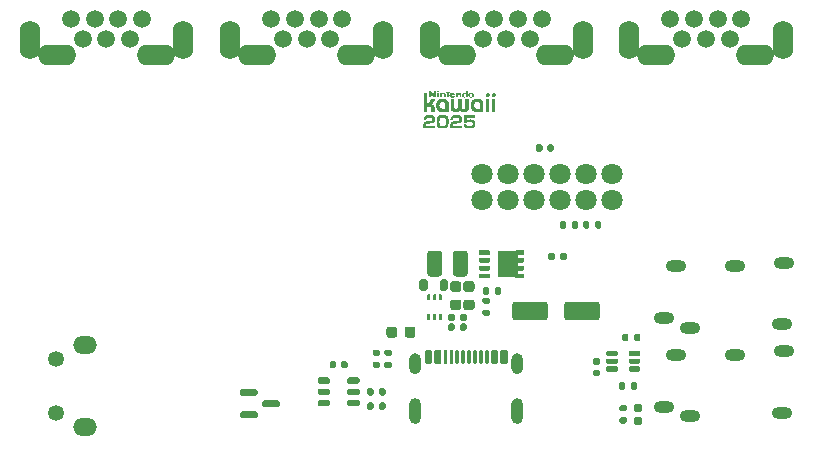
<source format=gbr>
%TF.GenerationSoftware,KiCad,Pcbnew,9.0.0-rc3*%
%TF.CreationDate,2025-06-04T22:51:28-04:00*%
%TF.ProjectId,dock,646f636b-2e6b-4696-9361-645f70636258,rev?*%
%TF.SameCoordinates,Original*%
%TF.FileFunction,Soldermask,Top*%
%TF.FilePolarity,Negative*%
%FSLAX46Y46*%
G04 Gerber Fmt 4.6, Leading zero omitted, Abs format (unit mm)*
G04 Created by KiCad (PCBNEW 9.0.0-rc3) date 2025-06-04 22:51:28*
%MOMM*%
%LPD*%
G01*
G04 APERTURE LIST*
%ADD10C,0.150000*%
%ADD11C,0.000000*%
%ADD12R,1.725000X2.235000*%
%ADD13C,1.500000*%
%ADD14O,1.750000X3.250000*%
%ADD15O,3.250000X1.750000*%
%ADD16O,1.750000X1.000000*%
%ADD17C,1.800000*%
%ADD18C,1.350000*%
%ADD19O,2.000000X1.500000*%
G04 APERTURE END LIST*
D10*
G36*
X152581943Y-105113016D02*
G01*
X152652999Y-105096988D01*
X152729715Y-105064642D01*
X152764219Y-105044093D01*
X152793408Y-105021991D01*
X152800052Y-105015990D01*
X152829952Y-104978102D01*
X152853581Y-104924954D01*
X152869584Y-104855673D01*
X152876092Y-104777650D01*
X152876256Y-104762833D01*
X152874334Y-104713111D01*
X152868696Y-104668321D01*
X152860011Y-104629880D01*
X152848276Y-104595486D01*
X152834056Y-104565635D01*
X152817252Y-104539209D01*
X152776217Y-104495554D01*
X152723971Y-104461914D01*
X152657488Y-104437023D01*
X152571443Y-104420684D01*
X152455481Y-104413098D01*
X152378733Y-104412344D01*
X152294378Y-104414284D01*
X152220435Y-104420043D01*
X152161968Y-104428465D01*
X152110944Y-104439874D01*
X152070209Y-104452924D01*
X152034928Y-104468387D01*
X152006320Y-104485119D01*
X151981876Y-104503906D01*
X151944688Y-104546669D01*
X151918995Y-104599177D01*
X151902634Y-104666979D01*
X151894758Y-104762089D01*
X151893789Y-104808140D01*
X152124415Y-104808140D01*
X152128834Y-104736943D01*
X152134533Y-104709449D01*
X152143728Y-104686775D01*
X152154352Y-104671630D01*
X152168318Y-104659135D01*
X152206554Y-104641618D01*
X152271936Y-104630518D01*
X152401142Y-104626301D01*
X152468266Y-104628267D01*
X152522011Y-104634214D01*
X152556680Y-104641988D01*
X152584290Y-104652454D01*
X152603083Y-104663723D01*
X152617643Y-104677065D01*
X152635594Y-104708769D01*
X152643530Y-104753861D01*
X152644164Y-104776816D01*
X152642086Y-104812766D01*
X152635357Y-104841748D01*
X152626972Y-104859125D01*
X152615351Y-104873449D01*
X152583707Y-104893211D01*
X152530982Y-104906452D01*
X152510075Y-104909134D01*
X152151648Y-104949678D01*
X152110369Y-104956245D01*
X152073402Y-104965946D01*
X152040691Y-104978413D01*
X152011772Y-104993414D01*
X151963569Y-105030688D01*
X151926514Y-105077634D01*
X151899427Y-105135152D01*
X151882129Y-105204631D01*
X151874733Y-105287024D01*
X151874188Y-105332102D01*
X151874188Y-105530000D01*
X152869295Y-105530000D01*
X152869295Y-105316104D01*
X152107684Y-105316104D01*
X152107684Y-105283131D01*
X152109599Y-105251880D01*
X152115183Y-105226472D01*
X152123122Y-105208086D01*
X152133653Y-105193364D01*
X152161744Y-105172977D01*
X152204985Y-105159934D01*
X152237561Y-105154965D01*
X152581943Y-105113016D01*
G37*
G36*
X153635477Y-104415747D02*
G01*
X153742836Y-104428090D01*
X153819225Y-104448567D01*
X153876621Y-104477344D01*
X153900483Y-104495414D01*
X153921702Y-104516344D01*
X153941189Y-104541479D01*
X153958067Y-104570159D01*
X153973931Y-104606434D01*
X153986948Y-104647643D01*
X153998941Y-104703183D01*
X154007545Y-104766531D01*
X154014300Y-104863877D01*
X154016381Y-104977095D01*
X154013332Y-105112695D01*
X154001058Y-105239308D01*
X153980828Y-105328178D01*
X153953113Y-105393277D01*
X153916882Y-105442750D01*
X153894304Y-105463508D01*
X153868831Y-105481362D01*
X153837333Y-105497846D01*
X153801966Y-105511290D01*
X153754726Y-105523627D01*
X153701440Y-105532430D01*
X153616130Y-105539585D01*
X153517454Y-105541723D01*
X153387275Y-105538244D01*
X153280434Y-105525812D01*
X153204288Y-105505237D01*
X153146992Y-105476335D01*
X153123146Y-105458185D01*
X153101934Y-105437166D01*
X153082446Y-105411924D01*
X153065561Y-105383126D01*
X153049695Y-105346725D01*
X153036671Y-105305379D01*
X153024687Y-105249758D01*
X153016087Y-105186336D01*
X153009368Y-105089542D01*
X153007343Y-104979842D01*
X153242192Y-104979842D01*
X153245034Y-105123314D01*
X153254668Y-105207796D01*
X153270676Y-105257554D01*
X153285120Y-105280002D01*
X153303658Y-105297082D01*
X153326785Y-105309526D01*
X153354999Y-105318066D01*
X153428666Y-105326363D01*
X153528628Y-105327827D01*
X153623843Y-105324819D01*
X153682682Y-105314499D01*
X153720596Y-105296271D01*
X153735573Y-105282799D01*
X153747944Y-105266036D01*
X153759683Y-105241081D01*
X153768417Y-105210278D01*
X153778871Y-105122415D01*
X153781481Y-104999443D01*
X153777952Y-104866282D01*
X153768342Y-104754841D01*
X153757789Y-104706168D01*
X153737985Y-104673151D01*
X153721917Y-104659051D01*
X153702425Y-104648072D01*
X153666585Y-104636585D01*
X153622906Y-104629999D01*
X153511837Y-104626301D01*
X153410094Y-104628476D01*
X153346974Y-104637424D01*
X153307427Y-104653987D01*
X153292084Y-104666253D01*
X153279310Y-104681675D01*
X153267255Y-104704367D01*
X153258072Y-104732518D01*
X153249991Y-104776867D01*
X153245154Y-104832080D01*
X153242192Y-104979842D01*
X153007343Y-104979842D01*
X153007292Y-104977095D01*
X153010385Y-104841482D01*
X153022753Y-104715079D01*
X153043096Y-104626189D01*
X153070934Y-104561006D01*
X153107288Y-104511445D01*
X153129924Y-104490650D01*
X153155448Y-104472765D01*
X153186984Y-104456255D01*
X153222372Y-104442794D01*
X153269595Y-104430445D01*
X153322825Y-104421636D01*
X153407901Y-104414483D01*
X153506219Y-104412344D01*
X153635477Y-104415747D01*
G37*
G36*
X154862194Y-105113016D02*
G01*
X154933250Y-105096988D01*
X155009966Y-105064642D01*
X155044471Y-105044093D01*
X155073659Y-105021991D01*
X155080303Y-105015990D01*
X155110203Y-104978102D01*
X155133833Y-104924954D01*
X155149835Y-104855673D01*
X155156343Y-104777650D01*
X155156507Y-104762833D01*
X155154585Y-104713111D01*
X155148947Y-104668321D01*
X155140263Y-104629880D01*
X155128527Y-104595486D01*
X155114308Y-104565635D01*
X155097504Y-104539209D01*
X155056468Y-104495554D01*
X155004223Y-104461914D01*
X154937739Y-104437023D01*
X154851694Y-104420684D01*
X154735732Y-104413098D01*
X154658984Y-104412344D01*
X154574629Y-104414284D01*
X154500687Y-104420043D01*
X154442220Y-104428465D01*
X154391195Y-104439874D01*
X154350460Y-104452924D01*
X154315179Y-104468387D01*
X154286572Y-104485119D01*
X154262127Y-104503906D01*
X154224939Y-104546669D01*
X154199247Y-104599177D01*
X154182885Y-104666979D01*
X154175009Y-104762089D01*
X154174040Y-104808140D01*
X154404666Y-104808140D01*
X154409085Y-104736943D01*
X154414784Y-104709449D01*
X154423979Y-104686775D01*
X154434603Y-104671630D01*
X154448569Y-104659135D01*
X154486805Y-104641618D01*
X154552187Y-104630518D01*
X154681393Y-104626301D01*
X154748517Y-104628267D01*
X154802262Y-104634214D01*
X154836931Y-104641988D01*
X154864541Y-104652454D01*
X154883335Y-104663723D01*
X154897894Y-104677065D01*
X154915845Y-104708769D01*
X154923781Y-104753861D01*
X154924415Y-104776816D01*
X154922337Y-104812766D01*
X154915608Y-104841748D01*
X154907223Y-104859125D01*
X154895602Y-104873449D01*
X154863959Y-104893211D01*
X154811233Y-104906452D01*
X154790326Y-104909134D01*
X154431899Y-104949678D01*
X154390621Y-104956245D01*
X154353653Y-104965946D01*
X154320943Y-104978413D01*
X154292024Y-104993414D01*
X154243820Y-105030688D01*
X154206765Y-105077634D01*
X154179679Y-105135152D01*
X154162381Y-105204631D01*
X154154984Y-105287024D01*
X154154439Y-105332102D01*
X154154439Y-105530000D01*
X155149546Y-105530000D01*
X155149546Y-105316104D01*
X154387936Y-105316104D01*
X154387936Y-105283131D01*
X154389850Y-105251880D01*
X154395434Y-105226472D01*
X154403374Y-105208086D01*
X154413905Y-105193364D01*
X154441995Y-105172977D01*
X154485236Y-105159934D01*
X154517812Y-105154965D01*
X154862194Y-105113016D01*
G37*
G36*
X155339384Y-104424068D02*
G01*
X155323874Y-105070762D01*
X155538686Y-105070762D01*
X155552331Y-105041124D01*
X155565976Y-105027589D01*
X155587672Y-105015510D01*
X155620043Y-105005333D01*
X155665717Y-104997509D01*
X155727319Y-104992486D01*
X155807475Y-104990711D01*
X155877879Y-104992691D01*
X155933729Y-104998734D01*
X155968650Y-105006481D01*
X155996357Y-105016936D01*
X156015024Y-105028137D01*
X156029499Y-105041442D01*
X156047534Y-105073314D01*
X156056148Y-105119651D01*
X156057519Y-105164185D01*
X156055343Y-105208495D01*
X156047927Y-105244241D01*
X156039332Y-105263887D01*
X156027366Y-105280320D01*
X155995837Y-105302742D01*
X155945585Y-105317833D01*
X155858873Y-105326375D01*
X155776700Y-105327827D01*
X155704584Y-105325860D01*
X155647700Y-105319903D01*
X155612051Y-105312237D01*
X155584040Y-105301940D01*
X155565388Y-105290966D01*
X155551121Y-105277995D01*
X155533847Y-105247217D01*
X155526154Y-105202573D01*
X155525252Y-105167848D01*
X155291756Y-105167848D01*
X155294604Y-105231542D01*
X155301528Y-105287808D01*
X155310760Y-105329904D01*
X155323263Y-105367264D01*
X155337388Y-105396947D01*
X155354392Y-105423224D01*
X155373324Y-105445207D01*
X155395064Y-105464448D01*
X155448033Y-105495646D01*
X155518991Y-105518894D01*
X155617879Y-105534474D01*
X155763615Y-105541491D01*
X155803323Y-105541723D01*
X155891858Y-105539705D01*
X155970082Y-105533391D01*
X156026941Y-105524723D01*
X156077438Y-105512683D01*
X156116459Y-105499275D01*
X156151029Y-105483003D01*
X156178841Y-105465531D01*
X156203225Y-105445447D01*
X156223535Y-105423606D01*
X156240926Y-105399163D01*
X156267718Y-105341213D01*
X156284708Y-105266338D01*
X156291015Y-105164185D01*
X156289089Y-105105566D01*
X156283422Y-105053243D01*
X156274836Y-105009493D01*
X156263233Y-104970699D01*
X156249462Y-104938003D01*
X156233186Y-104909306D01*
X156214857Y-104884740D01*
X156194340Y-104863550D01*
X156145881Y-104829621D01*
X156084950Y-104805392D01*
X156006071Y-104790157D01*
X155898144Y-104783995D01*
X155871894Y-104783838D01*
X155792594Y-104785697D01*
X155728297Y-104790896D01*
X155678807Y-104798496D01*
X155639398Y-104808146D01*
X155583252Y-104831749D01*
X155547845Y-104855889D01*
X155555966Y-104638025D01*
X156247662Y-104638025D01*
X156247662Y-104424068D01*
X155339384Y-104424068D01*
G37*
D11*
G36*
X152845431Y-102366158D02*
G01*
X152932884Y-102366878D01*
X152933623Y-102638050D01*
X152933716Y-102831359D01*
X152933403Y-102891559D01*
X152932884Y-102915326D01*
X152931408Y-102921429D01*
X152760727Y-102921429D01*
X152751553Y-102907191D01*
X152744108Y-102895484D01*
X152731623Y-102875496D01*
X152675662Y-102785163D01*
X152616479Y-102689611D01*
X152588475Y-102644829D01*
X152575713Y-102624366D01*
X152564070Y-102605399D01*
X152558957Y-102597052D01*
X152553055Y-102587561D01*
X152547094Y-102578094D01*
X152541805Y-102569820D01*
X152539467Y-102566150D01*
X152537203Y-102562496D01*
X152535066Y-102558954D01*
X152533112Y-102555620D01*
X152531398Y-102552591D01*
X152529978Y-102549962D01*
X152528909Y-102547831D01*
X152528245Y-102546293D01*
X152528134Y-102546241D01*
X152528021Y-102546681D01*
X152527790Y-102548990D01*
X152527310Y-102558996D01*
X152526338Y-102597914D01*
X152525446Y-102657011D01*
X152524750Y-102730253D01*
X152523400Y-102920075D01*
X152438814Y-102920795D01*
X152395391Y-102920987D01*
X152380465Y-102920891D01*
X152369342Y-102920636D01*
X152361479Y-102920201D01*
X152356335Y-102919562D01*
X152354614Y-102919160D01*
X152353369Y-102918699D01*
X152352533Y-102918177D01*
X152352038Y-102917589D01*
X152352060Y-102917600D01*
X152351634Y-102911218D01*
X152351264Y-102894452D01*
X152350718Y-102834324D01*
X152350469Y-102746337D01*
X152350565Y-102639608D01*
X152351267Y-102365529D01*
X152526124Y-102365529D01*
X152533984Y-102378400D01*
X152551889Y-102407546D01*
X152577700Y-102449577D01*
X152591690Y-102472280D01*
X152603183Y-102490691D01*
X152607812Y-102498070D01*
X152613232Y-102506812D01*
X152618768Y-102515825D01*
X152623746Y-102524015D01*
X152635389Y-102543042D01*
X152648152Y-102563552D01*
X152660752Y-102583769D01*
X152672008Y-102602089D01*
X152707928Y-102660438D01*
X152746162Y-102721909D01*
X152757977Y-102740693D01*
X152757977Y-102365438D01*
X152845431Y-102366158D01*
G37*
G36*
X152123211Y-102551445D02*
G01*
X152166323Y-102552000D01*
X152180001Y-102552467D01*
X152189280Y-102553081D01*
X152194799Y-102553860D01*
X152196348Y-102554315D01*
X152197197Y-102554818D01*
X152197459Y-102555324D01*
X152197709Y-102556326D01*
X152198177Y-102559961D01*
X152198601Y-102565993D01*
X152198986Y-102574697D01*
X152199647Y-102601212D01*
X152200181Y-102641687D01*
X152200609Y-102698307D01*
X152200955Y-102773255D01*
X152201481Y-102986866D01*
X152202237Y-103415388D01*
X152255714Y-103414487D01*
X152275973Y-103414044D01*
X152284402Y-103413746D01*
X152291860Y-103413352D01*
X152298472Y-103412831D01*
X152304360Y-103412151D01*
X152309647Y-103411279D01*
X152314456Y-103410183D01*
X152318911Y-103408830D01*
X152323134Y-103407188D01*
X152327249Y-103405224D01*
X152331378Y-103402906D01*
X152335645Y-103400202D01*
X152340173Y-103397079D01*
X152350504Y-103389447D01*
X152353715Y-103386887D01*
X152357086Y-103383945D01*
X152360586Y-103380660D01*
X152364184Y-103377069D01*
X152367847Y-103373212D01*
X152371545Y-103369127D01*
X152375246Y-103364852D01*
X152378919Y-103360426D01*
X152382533Y-103355888D01*
X152386056Y-103351275D01*
X152389456Y-103346628D01*
X152392703Y-103341984D01*
X152395765Y-103337381D01*
X152398611Y-103332859D01*
X152401209Y-103328456D01*
X152403528Y-103324210D01*
X152410475Y-103309303D01*
X152425202Y-103276723D01*
X152469356Y-103177776D01*
X152529521Y-103042188D01*
X152684868Y-103041468D01*
X152770281Y-103041177D01*
X152817561Y-103041568D01*
X152830629Y-103042105D01*
X152838639Y-103042916D01*
X152843082Y-103044037D01*
X152845450Y-103045500D01*
X152846121Y-103046139D01*
X152846732Y-103046787D01*
X152847282Y-103047447D01*
X152847535Y-103047782D01*
X152847773Y-103048122D01*
X152847996Y-103048466D01*
X152848205Y-103048815D01*
X152848399Y-103049169D01*
X152848579Y-103049528D01*
X152848745Y-103049894D01*
X152848897Y-103050265D01*
X152849034Y-103050644D01*
X152849158Y-103051029D01*
X152849268Y-103051421D01*
X152849364Y-103051821D01*
X152849447Y-103052228D01*
X152849516Y-103052644D01*
X152849572Y-103053069D01*
X152849615Y-103053502D01*
X152849660Y-103054398D01*
X152849654Y-103055333D01*
X152849597Y-103056311D01*
X152849489Y-103057335D01*
X152849332Y-103058407D01*
X152843992Y-103072337D01*
X152830730Y-103103231D01*
X152789471Y-103195895D01*
X152743611Y-103296367D01*
X152724598Y-103337022D01*
X152711205Y-103364618D01*
X152703121Y-103380198D01*
X152695233Y-103394618D01*
X152687494Y-103407929D01*
X152679852Y-103420181D01*
X152672260Y-103431427D01*
X152664668Y-103441717D01*
X152657026Y-103451103D01*
X152649286Y-103459635D01*
X152641397Y-103467366D01*
X152633311Y-103474347D01*
X152624978Y-103480628D01*
X152616350Y-103486261D01*
X152607376Y-103491298D01*
X152598007Y-103495790D01*
X152588195Y-103499787D01*
X152577889Y-103503342D01*
X152574052Y-103504599D01*
X152570441Y-103505865D01*
X152567139Y-103507104D01*
X152564226Y-103508281D01*
X152561785Y-103509364D01*
X152559895Y-103510316D01*
X152559183Y-103510733D01*
X152558639Y-103511105D01*
X152558274Y-103511426D01*
X152558098Y-103511694D01*
X152558097Y-103511820D01*
X152558172Y-103511961D01*
X152558320Y-103512116D01*
X152558541Y-103512284D01*
X152559189Y-103512660D01*
X152560103Y-103513084D01*
X152561268Y-103513552D01*
X152562668Y-103514059D01*
X152564291Y-103514601D01*
X152566121Y-103515173D01*
X152568143Y-103515770D01*
X152570344Y-103516389D01*
X152572708Y-103517025D01*
X152575221Y-103517673D01*
X152580638Y-103518988D01*
X152586476Y-103520299D01*
X152613835Y-103526863D01*
X152639324Y-103534374D01*
X152662997Y-103542890D01*
X152684907Y-103552465D01*
X152695219Y-103557667D01*
X152705110Y-103563155D01*
X152714588Y-103568936D01*
X152723659Y-103575016D01*
X152732330Y-103581403D01*
X152740608Y-103588104D01*
X152748500Y-103595125D01*
X152756013Y-103602474D01*
X152763152Y-103610157D01*
X152769926Y-103618181D01*
X152776341Y-103626554D01*
X152782403Y-103635283D01*
X152788120Y-103644373D01*
X152793498Y-103653833D01*
X152798543Y-103663669D01*
X152803264Y-103673888D01*
X152811756Y-103695504D01*
X152819029Y-103718736D01*
X152825137Y-103743640D01*
X152830133Y-103770271D01*
X152831459Y-103779839D01*
X152832028Y-103785277D01*
X152832540Y-103791361D01*
X152833414Y-103806092D01*
X152834114Y-103825285D01*
X152834678Y-103850193D01*
X152835142Y-103882070D01*
X152835911Y-103971747D01*
X152836314Y-104054846D01*
X152836134Y-104108754D01*
X152835317Y-104138395D01*
X152834652Y-104145653D01*
X152833807Y-104148690D01*
X152829844Y-104149766D01*
X152820384Y-104150692D01*
X152788091Y-104152099D01*
X152743160Y-104152915D01*
X152691823Y-104153147D01*
X152640314Y-104152799D01*
X152594864Y-104151876D01*
X152561706Y-104150385D01*
X152551684Y-104149428D01*
X152547072Y-104148330D01*
X152541046Y-104144117D01*
X152541046Y-104007886D01*
X152540832Y-103952065D01*
X152540241Y-103904071D01*
X152539347Y-103868195D01*
X152538810Y-103856141D01*
X152538225Y-103848725D01*
X152536042Y-103833944D01*
X152533217Y-103819989D01*
X152529744Y-103806853D01*
X152525616Y-103794526D01*
X152520826Y-103783001D01*
X152515368Y-103772270D01*
X152509235Y-103762323D01*
X152502421Y-103753152D01*
X152498755Y-103748856D01*
X152494917Y-103744751D01*
X152490905Y-103740835D01*
X152486719Y-103737109D01*
X152482357Y-103733571D01*
X152477818Y-103730219D01*
X152468209Y-103724073D01*
X152457884Y-103718662D01*
X152446837Y-103713979D01*
X152435061Y-103710014D01*
X152422549Y-103706759D01*
X152419461Y-103706114D01*
X152416173Y-103705532D01*
X152412602Y-103705011D01*
X152408666Y-103704547D01*
X152404281Y-103704138D01*
X152399364Y-103703780D01*
X152393833Y-103703471D01*
X152387605Y-103703207D01*
X152372725Y-103702803D01*
X152354060Y-103702545D01*
X152330949Y-103702408D01*
X152302726Y-103702367D01*
X152202420Y-103702367D01*
X152201502Y-103922696D01*
X152200192Y-104079698D01*
X152199278Y-104128543D01*
X152198329Y-104147772D01*
X152198105Y-104148176D01*
X152197815Y-104148555D01*
X152197438Y-104148913D01*
X152196951Y-104149248D01*
X152196334Y-104149562D01*
X152195564Y-104149855D01*
X152194620Y-104150128D01*
X152193480Y-104150383D01*
X152192123Y-104150618D01*
X152190527Y-104150836D01*
X152188670Y-104151037D01*
X152186532Y-104151222D01*
X152184090Y-104151390D01*
X152181322Y-104151544D01*
X152178208Y-104151683D01*
X152174725Y-104151809D01*
X152166569Y-104152021D01*
X152156679Y-104152188D01*
X152144885Y-104152314D01*
X152131012Y-104152404D01*
X152114888Y-104152465D01*
X152096340Y-104152501D01*
X152051283Y-104152524D01*
X151906495Y-104152524D01*
X151906500Y-103353876D01*
X151907181Y-102669956D01*
X151908601Y-102572504D01*
X151909746Y-102557072D01*
X151911245Y-102553233D01*
X151912449Y-102553034D01*
X151915032Y-102552840D01*
X151924043Y-102552474D01*
X151955381Y-102551856D01*
X152000547Y-102551441D01*
X152054831Y-102551289D01*
X152123211Y-102551445D01*
G37*
G36*
X155661987Y-103040863D02*
G01*
X155688058Y-103041079D01*
X155705858Y-103041496D01*
X155717118Y-103042178D01*
X155723568Y-103043191D01*
X155725530Y-103043842D01*
X155726939Y-103044601D01*
X155728960Y-103046473D01*
X155729416Y-103047017D01*
X155729845Y-103047650D01*
X155730247Y-103048431D01*
X155730624Y-103049422D01*
X155730977Y-103050680D01*
X155731306Y-103052267D01*
X155731613Y-103054242D01*
X155731899Y-103056666D01*
X155732164Y-103059598D01*
X155732410Y-103063097D01*
X155732638Y-103067225D01*
X155732848Y-103072041D01*
X155733041Y-103077604D01*
X155733220Y-103083976D01*
X155733384Y-103091215D01*
X155733535Y-103099381D01*
X155733800Y-103118737D01*
X155734024Y-103142522D01*
X155734214Y-103171216D01*
X155734379Y-103205299D01*
X155734665Y-103291546D01*
X155734945Y-103405099D01*
X155735044Y-103655310D01*
X155734283Y-103736912D01*
X155732691Y-103796540D01*
X155730050Y-103839464D01*
X155726143Y-103870956D01*
X155720751Y-103896287D01*
X155713656Y-103920726D01*
X155709027Y-103934584D01*
X155703869Y-103948134D01*
X155698189Y-103961370D01*
X155691997Y-103974284D01*
X155685302Y-103986871D01*
X155678113Y-103999124D01*
X155670440Y-104011037D01*
X155662290Y-104022603D01*
X155653674Y-104033816D01*
X155644601Y-104044670D01*
X155635079Y-104055157D01*
X155625118Y-104065272D01*
X155614727Y-104075008D01*
X155603915Y-104084358D01*
X155592691Y-104093317D01*
X155581064Y-104101877D01*
X155569044Y-104110033D01*
X155556639Y-104117777D01*
X155543859Y-104125104D01*
X155530712Y-104132006D01*
X155517209Y-104138478D01*
X155503357Y-104144513D01*
X155489166Y-104150105D01*
X155474646Y-104155247D01*
X155459805Y-104159932D01*
X155444652Y-104164155D01*
X155429196Y-104167909D01*
X155413448Y-104171187D01*
X155397415Y-104173983D01*
X155381107Y-104176290D01*
X155364533Y-104178102D01*
X155347702Y-104179413D01*
X155320113Y-104180455D01*
X155293197Y-104180092D01*
X155266940Y-104178318D01*
X155241326Y-104175128D01*
X155216340Y-104170514D01*
X155191969Y-104164471D01*
X155168196Y-104156992D01*
X155145008Y-104148071D01*
X155122389Y-104137703D01*
X155100326Y-104125879D01*
X155078802Y-104112595D01*
X155057803Y-104097845D01*
X155037314Y-104081621D01*
X155017322Y-104063917D01*
X154997810Y-104044728D01*
X154978764Y-104024047D01*
X154953894Y-103995727D01*
X154934220Y-104021954D01*
X154917587Y-104042890D01*
X154900212Y-104062336D01*
X154882090Y-104080295D01*
X154863217Y-104096769D01*
X154843586Y-104111761D01*
X154833485Y-104118702D01*
X154823193Y-104125273D01*
X154812709Y-104131474D01*
X154802032Y-104137306D01*
X154791162Y-104142769D01*
X154780099Y-104147863D01*
X154768841Y-104152589D01*
X154757388Y-104156947D01*
X154745740Y-104160937D01*
X154733895Y-104164560D01*
X154709614Y-104170703D01*
X154684540Y-104175380D01*
X154658668Y-104178592D01*
X154631992Y-104180342D01*
X154604508Y-104180631D01*
X154576211Y-104179462D01*
X154576212Y-104179446D01*
X154563758Y-104178498D01*
X154551550Y-104177310D01*
X154539574Y-104175879D01*
X154527814Y-104174200D01*
X154516255Y-104172271D01*
X154504883Y-104170087D01*
X154493681Y-104167644D01*
X154482634Y-104164939D01*
X154471728Y-104161966D01*
X154460947Y-104158723D01*
X154450276Y-104155206D01*
X154439699Y-104151411D01*
X154429202Y-104147333D01*
X154418770Y-104142969D01*
X154408387Y-104138315D01*
X154398037Y-104133367D01*
X154376897Y-104122164D01*
X154356809Y-104109929D01*
X154337791Y-104096686D01*
X154319859Y-104082457D01*
X154303030Y-104067267D01*
X154287319Y-104051138D01*
X154272743Y-104034095D01*
X154259319Y-104016161D01*
X154247063Y-103997359D01*
X154235992Y-103977713D01*
X154226122Y-103957247D01*
X154217469Y-103935983D01*
X154210050Y-103913946D01*
X154203881Y-103891159D01*
X154198979Y-103867646D01*
X154195360Y-103843429D01*
X154194591Y-103831802D01*
X154193968Y-103810333D01*
X154193143Y-103734658D01*
X154192848Y-103609983D01*
X154193049Y-103429887D01*
X154193859Y-103042108D01*
X154497574Y-103042108D01*
X154499050Y-103395989D01*
X154500000Y-103600000D01*
X154501088Y-103707608D01*
X154501896Y-103736066D01*
X154502992Y-103753389D01*
X154504461Y-103763899D01*
X154506389Y-103771919D01*
X154507983Y-103777699D01*
X154509627Y-103783215D01*
X154511329Y-103788482D01*
X154513099Y-103793519D01*
X154514944Y-103798342D01*
X154516875Y-103802968D01*
X154518898Y-103807415D01*
X154521025Y-103811698D01*
X154523262Y-103815835D01*
X154525619Y-103819843D01*
X154528105Y-103823740D01*
X154530729Y-103827541D01*
X154533499Y-103831263D01*
X154536424Y-103834925D01*
X154539513Y-103838543D01*
X154542775Y-103842133D01*
X154546104Y-103845575D01*
X154549512Y-103848867D01*
X154553002Y-103852011D01*
X154556578Y-103855008D01*
X154560242Y-103857861D01*
X154563999Y-103860572D01*
X154567852Y-103863142D01*
X154571804Y-103865573D01*
X154575858Y-103867869D01*
X154580018Y-103870030D01*
X154584288Y-103872059D01*
X154588670Y-103873957D01*
X154593168Y-103875727D01*
X154597786Y-103877371D01*
X154602527Y-103878891D01*
X154607394Y-103880288D01*
X154612358Y-103881466D01*
X154617934Y-103882486D01*
X154624031Y-103883350D01*
X154630557Y-103884058D01*
X154637421Y-103884609D01*
X154644531Y-103885004D01*
X154659126Y-103885324D01*
X154666428Y-103885249D01*
X154673610Y-103885018D01*
X154680582Y-103884630D01*
X154687252Y-103884086D01*
X154693528Y-103883386D01*
X154699320Y-103882529D01*
X154704536Y-103881516D01*
X154709084Y-103880346D01*
X154718160Y-103877396D01*
X154726692Y-103874120D01*
X154734704Y-103870496D01*
X154742213Y-103866501D01*
X154749243Y-103862114D01*
X154752583Y-103859767D01*
X154755812Y-103857313D01*
X154758930Y-103854749D01*
X154761941Y-103852074D01*
X154764847Y-103849284D01*
X154767652Y-103846377D01*
X154770356Y-103843349D01*
X154772964Y-103840198D01*
X154777898Y-103833516D01*
X154782474Y-103826309D01*
X154786714Y-103818554D01*
X154790638Y-103810230D01*
X154794266Y-103801314D01*
X154797619Y-103791784D01*
X154800717Y-103781617D01*
X154801761Y-103777852D01*
X154802235Y-103775979D01*
X154802677Y-103774021D01*
X154803091Y-103771908D01*
X154803476Y-103769571D01*
X154803834Y-103766941D01*
X154804168Y-103763949D01*
X154804477Y-103760525D01*
X154804763Y-103756600D01*
X154805028Y-103752105D01*
X154805273Y-103746970D01*
X154805499Y-103741126D01*
X154805709Y-103734505D01*
X154806080Y-103718651D01*
X154806398Y-103698855D01*
X154806674Y-103674562D01*
X154806917Y-103645218D01*
X154807140Y-103610269D01*
X154807565Y-103521341D01*
X154808034Y-103403347D01*
X154809881Y-103106586D01*
X154811301Y-103056484D01*
X154812277Y-103046653D01*
X154813486Y-103043405D01*
X154814611Y-103043109D01*
X154817044Y-103042828D01*
X154825651Y-103042316D01*
X154838945Y-103041871D01*
X154856561Y-103041499D01*
X154903307Y-103040982D01*
X154962978Y-103040796D01*
X155041486Y-103040899D01*
X155085776Y-103041472D01*
X155098248Y-103042029D01*
X155105954Y-103042818D01*
X155110159Y-103043876D01*
X155111342Y-103044518D01*
X155112124Y-103045242D01*
X155112408Y-103045763D01*
X155112679Y-103046650D01*
X155113185Y-103049648D01*
X155113647Y-103054500D01*
X155114067Y-103061466D01*
X155114799Y-103082789D01*
X155115411Y-103115709D01*
X155115933Y-103162320D01*
X155116394Y-103224715D01*
X155117256Y-103405226D01*
X155118164Y-103610477D01*
X155119231Y-103718371D01*
X155120034Y-103746698D01*
X155121128Y-103763750D01*
X155122598Y-103773884D01*
X155124527Y-103781455D01*
X155128405Y-103793896D01*
X155132766Y-103805475D01*
X155135134Y-103810946D01*
X155137630Y-103816207D01*
X155140257Y-103821261D01*
X155143017Y-103826110D01*
X155145912Y-103830754D01*
X155148945Y-103835196D01*
X155152119Y-103839438D01*
X155155434Y-103843483D01*
X155158895Y-103847331D01*
X155162503Y-103850984D01*
X155166261Y-103854445D01*
X155170172Y-103857716D01*
X155174236Y-103860798D01*
X155178458Y-103863694D01*
X155182839Y-103866405D01*
X155187382Y-103868933D01*
X155192090Y-103871280D01*
X155196964Y-103873448D01*
X155202006Y-103875439D01*
X155207221Y-103877255D01*
X155212609Y-103878897D01*
X155218173Y-103880368D01*
X155223916Y-103881670D01*
X155229840Y-103882804D01*
X155242241Y-103884578D01*
X155255395Y-103885705D01*
X155268110Y-103886110D01*
X155280492Y-103885796D01*
X155292514Y-103884775D01*
X155304150Y-103883061D01*
X155315374Y-103880666D01*
X155326159Y-103877603D01*
X155336478Y-103873886D01*
X155346305Y-103869528D01*
X155355613Y-103864540D01*
X155364376Y-103858937D01*
X155372567Y-103852732D01*
X155380160Y-103845936D01*
X155387128Y-103838564D01*
X155393444Y-103830629D01*
X155399083Y-103822142D01*
X155404017Y-103813118D01*
X155405919Y-103809069D01*
X155407930Y-103804452D01*
X155409990Y-103799430D01*
X155412037Y-103794162D01*
X155414010Y-103788810D01*
X155415849Y-103783534D01*
X155417492Y-103778497D01*
X155418879Y-103773858D01*
X155424884Y-103752594D01*
X155425712Y-103400230D01*
X155427034Y-103129998D01*
X155428098Y-103066028D01*
X155428748Y-103050131D01*
X155429483Y-103044314D01*
X155429786Y-103044054D01*
X155430259Y-103043806D01*
X155430912Y-103043570D01*
X155431758Y-103043345D01*
X155434070Y-103042931D01*
X155437282Y-103042561D01*
X155441482Y-103042232D01*
X155446759Y-103041943D01*
X155453200Y-103041691D01*
X155460894Y-103041475D01*
X155480392Y-103041140D01*
X155505958Y-103040922D01*
X155538296Y-103040804D01*
X155578112Y-103040768D01*
X155661987Y-103040863D01*
G37*
G36*
X153136621Y-102362912D02*
G01*
X153161976Y-102363258D01*
X153179849Y-102363772D01*
X153185147Y-102364077D01*
X153187577Y-102364406D01*
X153187918Y-102364560D01*
X153188240Y-102364759D01*
X153188544Y-102365008D01*
X153188831Y-102365315D01*
X153189102Y-102365685D01*
X153189357Y-102366126D01*
X153189596Y-102366644D01*
X153189820Y-102367246D01*
X153190029Y-102367939D01*
X153190223Y-102368728D01*
X153190404Y-102369621D01*
X153190572Y-102370624D01*
X153190727Y-102371744D01*
X153190869Y-102372988D01*
X153191000Y-102374362D01*
X153191119Y-102375873D01*
X153191228Y-102377527D01*
X153191326Y-102379331D01*
X153191492Y-102383417D01*
X153191622Y-102388182D01*
X153191721Y-102393680D01*
X153191790Y-102399965D01*
X153191835Y-102407088D01*
X153191860Y-102415104D01*
X153191867Y-102424064D01*
X153191867Y-102482078D01*
X153021027Y-102482078D01*
X153021027Y-102424064D01*
X153021172Y-102393683D01*
X153021400Y-102383418D01*
X153021772Y-102375873D01*
X153022319Y-102370623D01*
X153022668Y-102368726D01*
X153023072Y-102367244D01*
X153023535Y-102366124D01*
X153024061Y-102365313D01*
X153024653Y-102364758D01*
X153025316Y-102364406D01*
X153026152Y-102364239D01*
X153027746Y-102364077D01*
X153033045Y-102363772D01*
X153040880Y-102363497D01*
X153050918Y-102363258D01*
X153076272Y-102362912D01*
X153106447Y-102362785D01*
X153136621Y-102362912D01*
G37*
G36*
X153111870Y-102547877D02*
G01*
X153190511Y-102548597D01*
X153190511Y-102920105D01*
X153107615Y-102920825D01*
X153075283Y-102920944D01*
X153048528Y-102920783D01*
X153030131Y-102920373D01*
X153024936Y-102920084D01*
X153022873Y-102919745D01*
X153022873Y-102919671D01*
X153022504Y-102915529D01*
X153022159Y-102904417D01*
X153021572Y-102864325D01*
X153021173Y-102805471D01*
X153021026Y-102733931D01*
X153021026Y-102550036D01*
X153027128Y-102548597D01*
X153028158Y-102548437D01*
X153029959Y-102548293D01*
X153035702Y-102548054D01*
X153044011Y-102547879D01*
X153054538Y-102547764D01*
X153080854Y-102547711D01*
X153111870Y-102547877D01*
G37*
G36*
X157844556Y-102563361D02*
G01*
X157851094Y-102563678D01*
X157857484Y-102564130D01*
X157863670Y-102564719D01*
X157869599Y-102565444D01*
X157875218Y-102566306D01*
X157880472Y-102567304D01*
X157891019Y-102569897D01*
X157901237Y-102573106D01*
X157911105Y-102576914D01*
X157920604Y-102581303D01*
X157929714Y-102586256D01*
X157938415Y-102591755D01*
X157946687Y-102597781D01*
X157954510Y-102604318D01*
X157961866Y-102611347D01*
X157968732Y-102618852D01*
X157975091Y-102626813D01*
X157980921Y-102635214D01*
X157986203Y-102644036D01*
X157990918Y-102653262D01*
X157995045Y-102662874D01*
X157998565Y-102672855D01*
X158002217Y-102686030D01*
X158004909Y-102699314D01*
X158006655Y-102712645D01*
X158007471Y-102725960D01*
X158007374Y-102739197D01*
X158006379Y-102752294D01*
X158004502Y-102765190D01*
X158001758Y-102777821D01*
X157998164Y-102790127D01*
X157993735Y-102802044D01*
X157988486Y-102813511D01*
X157982435Y-102824465D01*
X157975596Y-102834845D01*
X157967985Y-102844588D01*
X157959618Y-102853633D01*
X157950511Y-102861916D01*
X157943797Y-102867164D01*
X157936711Y-102872051D01*
X157929273Y-102876571D01*
X157921504Y-102880719D01*
X157913425Y-102884488D01*
X157905058Y-102887875D01*
X157896424Y-102890872D01*
X157887542Y-102893475D01*
X157878435Y-102895677D01*
X157869124Y-102897474D01*
X157859629Y-102898859D01*
X157849972Y-102899826D01*
X157840174Y-102900371D01*
X157830255Y-102900487D01*
X157820236Y-102900170D01*
X157810139Y-102899412D01*
X157810139Y-102899454D01*
X157802349Y-102898532D01*
X157794593Y-102897277D01*
X157786894Y-102895700D01*
X157779274Y-102893812D01*
X157771757Y-102891622D01*
X157764364Y-102889141D01*
X157757120Y-102886379D01*
X157750046Y-102883347D01*
X157743166Y-102880055D01*
X157736502Y-102876513D01*
X157730078Y-102872732D01*
X157723915Y-102868722D01*
X157718037Y-102864494D01*
X157712467Y-102860057D01*
X157707227Y-102855422D01*
X157702340Y-102850600D01*
X157697346Y-102845146D01*
X157692674Y-102839551D01*
X157688320Y-102833805D01*
X157684281Y-102827899D01*
X157680553Y-102821823D01*
X157677131Y-102815568D01*
X157674014Y-102809124D01*
X157671196Y-102802483D01*
X157668674Y-102795635D01*
X157666444Y-102788570D01*
X157664503Y-102781280D01*
X157662847Y-102773754D01*
X157661472Y-102765983D01*
X157660375Y-102757959D01*
X157659551Y-102749671D01*
X157658997Y-102741110D01*
X157658794Y-102724734D01*
X157659772Y-102708925D01*
X157661905Y-102693718D01*
X157665169Y-102679151D01*
X157667215Y-102672120D01*
X157669535Y-102665261D01*
X157672123Y-102658582D01*
X157674978Y-102652085D01*
X157678095Y-102645776D01*
X157681471Y-102639659D01*
X157685104Y-102633739D01*
X157688989Y-102628020D01*
X157693124Y-102622507D01*
X157697504Y-102617205D01*
X157702128Y-102612118D01*
X157706992Y-102607251D01*
X157712092Y-102602608D01*
X157717424Y-102598194D01*
X157722987Y-102594014D01*
X157728776Y-102590072D01*
X157734789Y-102586373D01*
X157741021Y-102582921D01*
X157747470Y-102579721D01*
X157754132Y-102576778D01*
X157761004Y-102574096D01*
X157768083Y-102571680D01*
X157775366Y-102569534D01*
X157782849Y-102567664D01*
X157787909Y-102566624D01*
X157793361Y-102565720D01*
X157799149Y-102564950D01*
X157805219Y-102564316D01*
X157811518Y-102563818D01*
X157817992Y-102563455D01*
X157831248Y-102563136D01*
X157844556Y-102563361D01*
G37*
G36*
X155924235Y-102524436D02*
G01*
X155932391Y-102524656D01*
X155940379Y-102525030D01*
X155948094Y-102525559D01*
X155955432Y-102526242D01*
X155962291Y-102527077D01*
X155968565Y-102528066D01*
X155971450Y-102528618D01*
X155974151Y-102529207D01*
X155991716Y-102533828D01*
X156008584Y-102539298D01*
X156024729Y-102545593D01*
X156040125Y-102552693D01*
X156054747Y-102560572D01*
X156068569Y-102569209D01*
X156081564Y-102578580D01*
X156093709Y-102588662D01*
X156104976Y-102599433D01*
X156115340Y-102610869D01*
X156120175Y-102616829D01*
X156124775Y-102622948D01*
X156129136Y-102629221D01*
X156133255Y-102635646D01*
X156137129Y-102642220D01*
X156140755Y-102648940D01*
X156144130Y-102655804D01*
X156147249Y-102662809D01*
X156150111Y-102669951D01*
X156152712Y-102677227D01*
X156155048Y-102684636D01*
X156157117Y-102692174D01*
X156157948Y-102695817D01*
X156158685Y-102699811D01*
X156159328Y-102704108D01*
X156159875Y-102708663D01*
X156160677Y-102718360D01*
X156161085Y-102728534D01*
X156161089Y-102738813D01*
X156160682Y-102748828D01*
X156160322Y-102753621D01*
X156159856Y-102758210D01*
X156159283Y-102762547D01*
X156158603Y-102766588D01*
X156156880Y-102774257D01*
X156154602Y-102782112D01*
X156151797Y-102790106D01*
X156148497Y-102798194D01*
X156144731Y-102806328D01*
X156140529Y-102814463D01*
X156135922Y-102822552D01*
X156130940Y-102830549D01*
X156125614Y-102838408D01*
X156119973Y-102846081D01*
X156114047Y-102853524D01*
X156107867Y-102860689D01*
X156101464Y-102867531D01*
X156094867Y-102874002D01*
X156088106Y-102880058D01*
X156081212Y-102885650D01*
X156069822Y-102893884D01*
X156057907Y-102901489D01*
X156045522Y-102908451D01*
X156032718Y-102914760D01*
X156019548Y-102920403D01*
X156006066Y-102925367D01*
X155992324Y-102929641D01*
X155978376Y-102933213D01*
X155964273Y-102936070D01*
X155950070Y-102938200D01*
X155935818Y-102939592D01*
X155921571Y-102940233D01*
X155907382Y-102940110D01*
X155893304Y-102939212D01*
X155879389Y-102937527D01*
X155865690Y-102935043D01*
X155856865Y-102933083D01*
X155848447Y-102931041D01*
X155840398Y-102928899D01*
X155832679Y-102926640D01*
X155825254Y-102924247D01*
X155818085Y-102921703D01*
X155811133Y-102918990D01*
X155804361Y-102916091D01*
X155797731Y-102912990D01*
X155791204Y-102909669D01*
X155784745Y-102906111D01*
X155778313Y-102902298D01*
X155771872Y-102898214D01*
X155765385Y-102893842D01*
X155758812Y-102889163D01*
X155752116Y-102884162D01*
X155745466Y-102878880D01*
X155739092Y-102873402D01*
X155732998Y-102867730D01*
X155727184Y-102861868D01*
X155721653Y-102855819D01*
X155716407Y-102849586D01*
X155711447Y-102843170D01*
X155706776Y-102836577D01*
X155702396Y-102829807D01*
X155698308Y-102822865D01*
X155694514Y-102815753D01*
X155691016Y-102808475D01*
X155687817Y-102801032D01*
X155684918Y-102793428D01*
X155682320Y-102785667D01*
X155680027Y-102777750D01*
X155677233Y-102765835D01*
X155675240Y-102753970D01*
X155674045Y-102742168D01*
X155673687Y-102731706D01*
X155852109Y-102731706D01*
X155852138Y-102760594D01*
X155852253Y-102783279D01*
X155852358Y-102792597D01*
X155852503Y-102800728D01*
X155852693Y-102807792D01*
X155852935Y-102813911D01*
X155853233Y-102819204D01*
X155853594Y-102823794D01*
X155854024Y-102827801D01*
X155854529Y-102831346D01*
X155855114Y-102834550D01*
X155855786Y-102837534D01*
X155856550Y-102840420D01*
X155857412Y-102843327D01*
X155858701Y-102847149D01*
X155860165Y-102850838D01*
X155861797Y-102854386D01*
X155863592Y-102857787D01*
X155865544Y-102861037D01*
X155867647Y-102864127D01*
X155869896Y-102867052D01*
X155872285Y-102869805D01*
X155874807Y-102872381D01*
X155877458Y-102874772D01*
X155880231Y-102876974D01*
X155883122Y-102878978D01*
X155886123Y-102880780D01*
X155889229Y-102882373D01*
X155892435Y-102883751D01*
X155895735Y-102884906D01*
X155898578Y-102885765D01*
X155901255Y-102886509D01*
X155903789Y-102887140D01*
X155906206Y-102887657D01*
X155908530Y-102888061D01*
X155910786Y-102888351D01*
X155913000Y-102888527D01*
X155915195Y-102888590D01*
X155917397Y-102888539D01*
X155919630Y-102888374D01*
X155921919Y-102888096D01*
X155924290Y-102887704D01*
X155926767Y-102887199D01*
X155929374Y-102886580D01*
X155932137Y-102885848D01*
X155935081Y-102885001D01*
X155935081Y-102884906D01*
X155938172Y-102883888D01*
X155941177Y-102882699D01*
X155944093Y-102881339D01*
X155946920Y-102879809D01*
X155949654Y-102878113D01*
X155952296Y-102876250D01*
X155954842Y-102874223D01*
X155957292Y-102872033D01*
X155959644Y-102869681D01*
X155961896Y-102867169D01*
X155964047Y-102864498D01*
X155966094Y-102861670D01*
X155968036Y-102858686D01*
X155969873Y-102855548D01*
X155971600Y-102852257D01*
X155973219Y-102848815D01*
X155975302Y-102843888D01*
X155976869Y-102838864D01*
X155977993Y-102832403D01*
X155978747Y-102823164D01*
X155979206Y-102809806D01*
X155979442Y-102790989D01*
X155979543Y-102731613D01*
X155979530Y-102697877D01*
X155979500Y-102684142D01*
X155979441Y-102672272D01*
X155979345Y-102662101D01*
X155979203Y-102653460D01*
X155979006Y-102646182D01*
X155978744Y-102640101D01*
X155978585Y-102637456D01*
X155978408Y-102635047D01*
X155978209Y-102632854D01*
X155977989Y-102630855D01*
X155977745Y-102629030D01*
X155977477Y-102627357D01*
X155977184Y-102625815D01*
X155976865Y-102624384D01*
X155976518Y-102623043D01*
X155976142Y-102621771D01*
X155975736Y-102620547D01*
X155975299Y-102619349D01*
X155974328Y-102616952D01*
X155973219Y-102614411D01*
X155971755Y-102611270D01*
X155970201Y-102608260D01*
X155968554Y-102605378D01*
X155966815Y-102602626D01*
X155964981Y-102600001D01*
X155963053Y-102597504D01*
X155961029Y-102595132D01*
X155958908Y-102592887D01*
X155956689Y-102590766D01*
X155954371Y-102588768D01*
X155951954Y-102586894D01*
X155949436Y-102585143D01*
X155946816Y-102583513D01*
X155944094Y-102582003D01*
X155941268Y-102580614D01*
X155938337Y-102579344D01*
X155936907Y-102578777D01*
X155935502Y-102578249D01*
X155934119Y-102577759D01*
X155932758Y-102577306D01*
X155931415Y-102576892D01*
X155930088Y-102576515D01*
X155928777Y-102576176D01*
X155927478Y-102575874D01*
X155926190Y-102575609D01*
X155924912Y-102575381D01*
X155923640Y-102575190D01*
X155922373Y-102575036D01*
X155921109Y-102574919D01*
X155919846Y-102574838D01*
X155918582Y-102574794D01*
X155917315Y-102574786D01*
X155916043Y-102574814D01*
X155914766Y-102574879D01*
X155913480Y-102574981D01*
X155912184Y-102575120D01*
X155910875Y-102575295D01*
X155909552Y-102575508D01*
X155908213Y-102575758D01*
X155906855Y-102576046D01*
X155905476Y-102576371D01*
X155904076Y-102576735D01*
X155901198Y-102577575D01*
X155898206Y-102578568D01*
X155895084Y-102579716D01*
X155891416Y-102581200D01*
X155887952Y-102582790D01*
X155884686Y-102584492D01*
X155881612Y-102586312D01*
X155878724Y-102588259D01*
X155876016Y-102590338D01*
X155873480Y-102592558D01*
X155871111Y-102594925D01*
X155868903Y-102597446D01*
X155866849Y-102600127D01*
X155864942Y-102602977D01*
X155863178Y-102606002D01*
X155861549Y-102609209D01*
X155860049Y-102612605D01*
X155858672Y-102616197D01*
X155857412Y-102619992D01*
X155855785Y-102625799D01*
X155854527Y-102631999D01*
X155853592Y-102639560D01*
X155852933Y-102649452D01*
X155852502Y-102662644D01*
X155852253Y-102680104D01*
X155852109Y-102731706D01*
X155673687Y-102731706D01*
X155673644Y-102730442D01*
X155674032Y-102718806D01*
X155675207Y-102707275D01*
X155677163Y-102695860D01*
X155679898Y-102684577D01*
X155683407Y-102673437D01*
X155687686Y-102662456D01*
X155692733Y-102651646D01*
X155698541Y-102641022D01*
X155705109Y-102630596D01*
X155712432Y-102620382D01*
X155720505Y-102610393D01*
X155729326Y-102600644D01*
X155735641Y-102594253D01*
X155742067Y-102588194D01*
X155748633Y-102582451D01*
X155755370Y-102577010D01*
X155762307Y-102571853D01*
X155769472Y-102566965D01*
X155776896Y-102562330D01*
X155784608Y-102557933D01*
X155792638Y-102553757D01*
X155801014Y-102549787D01*
X155809767Y-102546006D01*
X155818925Y-102542399D01*
X155828518Y-102538950D01*
X155838576Y-102535644D01*
X155849127Y-102532463D01*
X155860202Y-102529393D01*
X155865247Y-102528235D01*
X155871050Y-102527227D01*
X155877509Y-102526369D01*
X155884520Y-102525662D01*
X155891979Y-102525107D01*
X155899784Y-102524707D01*
X155907829Y-102524460D01*
X155916013Y-102524370D01*
X155916015Y-102524370D01*
X155924235Y-102524436D01*
G37*
G36*
X157338224Y-102563379D02*
G01*
X157351401Y-102564387D01*
X157364089Y-102566075D01*
X157376278Y-102568436D01*
X157387961Y-102571467D01*
X157399127Y-102575164D01*
X157409770Y-102579521D01*
X157419880Y-102584534D01*
X157429449Y-102590198D01*
X157438468Y-102596509D01*
X157446929Y-102603462D01*
X157454823Y-102611052D01*
X157462141Y-102619275D01*
X157468876Y-102628126D01*
X157475018Y-102637600D01*
X157480559Y-102647694D01*
X157482993Y-102652669D01*
X157485229Y-102657542D01*
X157487271Y-102662341D01*
X157489127Y-102667092D01*
X157490802Y-102671823D01*
X157492303Y-102676561D01*
X157493635Y-102681332D01*
X157494804Y-102686164D01*
X157495817Y-102691084D01*
X157496680Y-102696119D01*
X157497398Y-102701297D01*
X157497979Y-102706643D01*
X157498427Y-102712186D01*
X157498749Y-102717953D01*
X157498951Y-102723970D01*
X157499039Y-102730264D01*
X157498923Y-102742821D01*
X157498707Y-102748544D01*
X157498372Y-102753962D01*
X157497908Y-102759122D01*
X157497305Y-102764073D01*
X157496552Y-102768861D01*
X157495639Y-102773536D01*
X157494555Y-102778145D01*
X157493292Y-102782736D01*
X157491837Y-102787357D01*
X157490182Y-102792056D01*
X157488316Y-102796881D01*
X157486228Y-102801881D01*
X157483908Y-102807102D01*
X157481347Y-102812593D01*
X157478503Y-102818251D01*
X157475443Y-102823739D01*
X157472170Y-102829055D01*
X157468688Y-102834197D01*
X157465001Y-102839163D01*
X157461113Y-102843950D01*
X157457029Y-102848557D01*
X157452752Y-102852982D01*
X157448287Y-102857223D01*
X157443637Y-102861278D01*
X157438807Y-102865145D01*
X157433800Y-102868823D01*
X157428621Y-102872308D01*
X157423274Y-102875599D01*
X157417763Y-102878694D01*
X157412091Y-102881592D01*
X157406263Y-102884289D01*
X157400284Y-102886785D01*
X157394156Y-102889077D01*
X157387884Y-102891163D01*
X157381472Y-102893042D01*
X157374925Y-102894711D01*
X157368246Y-102896168D01*
X157361439Y-102897411D01*
X157354508Y-102898439D01*
X157347458Y-102899249D01*
X157340292Y-102899840D01*
X157333014Y-102900209D01*
X157325629Y-102900355D01*
X157318141Y-102900275D01*
X157310553Y-102899968D01*
X157302871Y-102899432D01*
X157302870Y-102899426D01*
X157298843Y-102898998D01*
X157294564Y-102898397D01*
X157290071Y-102897632D01*
X157285400Y-102896714D01*
X157275670Y-102894462D01*
X157265667Y-102891726D01*
X157255683Y-102888589D01*
X157246011Y-102885137D01*
X157241383Y-102883318D01*
X157236942Y-102881452D01*
X157232725Y-102879550D01*
X157228769Y-102877621D01*
X157225374Y-102875687D01*
X157221648Y-102873188D01*
X157217652Y-102870188D01*
X157213448Y-102866754D01*
X157209098Y-102862949D01*
X157204664Y-102858839D01*
X157200208Y-102854488D01*
X157195791Y-102849962D01*
X157191476Y-102845325D01*
X157187325Y-102840643D01*
X157183398Y-102835980D01*
X157179759Y-102831401D01*
X157176468Y-102826971D01*
X157173588Y-102822756D01*
X157171181Y-102818819D01*
X157169308Y-102815227D01*
X157166749Y-102809643D01*
X157164453Y-102804403D01*
X157162407Y-102799438D01*
X157160598Y-102794682D01*
X157159012Y-102790064D01*
X157157636Y-102785518D01*
X157156456Y-102780973D01*
X157155460Y-102776363D01*
X157154633Y-102771619D01*
X157153964Y-102766672D01*
X157153437Y-102761454D01*
X157153041Y-102755897D01*
X157152761Y-102749932D01*
X157152585Y-102743491D01*
X157152489Y-102728907D01*
X157152563Y-102716859D01*
X157152755Y-102707142D01*
X157153128Y-102699254D01*
X157153401Y-102695839D01*
X157153742Y-102692694D01*
X157154159Y-102689756D01*
X157154660Y-102686962D01*
X157155252Y-102684250D01*
X157155943Y-102681556D01*
X157157654Y-102675975D01*
X157159854Y-102669719D01*
X157162336Y-102663210D01*
X157164940Y-102656970D01*
X157167672Y-102650989D01*
X157170541Y-102645257D01*
X157173554Y-102639764D01*
X157176718Y-102634501D01*
X157180041Y-102629458D01*
X157183530Y-102624625D01*
X157187192Y-102619992D01*
X157191035Y-102615549D01*
X157195066Y-102611287D01*
X157199293Y-102607195D01*
X157203723Y-102603265D01*
X157208364Y-102599486D01*
X157213222Y-102595848D01*
X157218305Y-102592342D01*
X157224362Y-102588458D01*
X157230338Y-102584891D01*
X157236269Y-102581632D01*
X157242188Y-102578672D01*
X157248128Y-102576001D01*
X157254124Y-102573611D01*
X157260209Y-102571490D01*
X157266418Y-102569632D01*
X157272782Y-102568025D01*
X157279338Y-102566661D01*
X157286118Y-102565531D01*
X157293156Y-102564625D01*
X157300486Y-102563933D01*
X157308141Y-102563447D01*
X157316157Y-102563158D01*
X157324565Y-102563055D01*
X157338224Y-102563379D01*
G37*
G36*
X154328108Y-102525487D02*
G01*
X154328106Y-102525487D01*
X154328105Y-102525487D01*
X154328104Y-102525487D01*
X154328103Y-102525487D01*
X154328102Y-102525488D01*
X154336605Y-102525624D01*
X154345083Y-102526030D01*
X154353530Y-102526701D01*
X154361936Y-102527634D01*
X154378594Y-102530265D01*
X154394996Y-102533890D01*
X154411076Y-102538474D01*
X154426770Y-102543983D01*
X154442014Y-102550382D01*
X154456744Y-102557638D01*
X154470896Y-102565716D01*
X154484405Y-102574582D01*
X154497207Y-102584202D01*
X154503323Y-102589284D01*
X154509238Y-102594541D01*
X154514944Y-102599970D01*
X154520434Y-102605566D01*
X154525699Y-102611325D01*
X154530730Y-102617242D01*
X154535521Y-102623314D01*
X154540063Y-102629535D01*
X154544348Y-102635902D01*
X154548368Y-102642411D01*
X154550905Y-102646883D01*
X154553356Y-102651557D01*
X154555711Y-102656400D01*
X154557962Y-102661383D01*
X154560096Y-102666474D01*
X154562105Y-102671641D01*
X154563979Y-102676855D01*
X154565708Y-102682084D01*
X154567281Y-102687296D01*
X154568689Y-102692462D01*
X154569922Y-102697549D01*
X154570970Y-102702528D01*
X154571823Y-102707367D01*
X154572470Y-102712034D01*
X154572903Y-102716499D01*
X154573111Y-102720731D01*
X154573492Y-102738405D01*
X154417966Y-102739149D01*
X154262441Y-102739801D01*
X154263556Y-102789286D01*
X154263928Y-102804977D01*
X154264116Y-102811474D01*
X154264319Y-102817177D01*
X154264547Y-102822165D01*
X154264812Y-102826518D01*
X154265122Y-102830315D01*
X154265490Y-102833636D01*
X154265925Y-102836558D01*
X154266171Y-102837895D01*
X154266438Y-102839162D01*
X154266727Y-102840370D01*
X154267040Y-102841527D01*
X154267377Y-102842645D01*
X154267740Y-102843732D01*
X154268550Y-102845857D01*
X154269480Y-102847980D01*
X154270540Y-102850180D01*
X154271741Y-102852538D01*
X154273533Y-102855824D01*
X154275428Y-102858965D01*
X154277425Y-102861961D01*
X154279524Y-102864811D01*
X154281723Y-102867514D01*
X154284023Y-102870071D01*
X154286420Y-102872479D01*
X154288916Y-102874740D01*
X154291509Y-102876852D01*
X154294198Y-102878814D01*
X154296982Y-102880627D01*
X154299860Y-102882289D01*
X154302831Y-102883799D01*
X154305895Y-102885159D01*
X154309051Y-102886365D01*
X154312297Y-102887420D01*
X154318270Y-102889134D01*
X154320847Y-102889809D01*
X154323205Y-102890363D01*
X154325384Y-102890794D01*
X154327425Y-102891101D01*
X154329367Y-102891286D01*
X154331250Y-102891347D01*
X154333116Y-102891283D01*
X154335003Y-102891095D01*
X154336952Y-102890782D01*
X154339004Y-102890344D01*
X154341199Y-102889779D01*
X154343576Y-102889088D01*
X154346176Y-102888270D01*
X154349039Y-102887324D01*
X154354477Y-102885314D01*
X154359524Y-102883046D01*
X154364189Y-102880505D01*
X154368484Y-102877675D01*
X154372419Y-102874540D01*
X154376004Y-102871084D01*
X154379249Y-102867292D01*
X154382166Y-102863148D01*
X154384763Y-102858635D01*
X154387053Y-102853739D01*
X154389044Y-102848444D01*
X154390748Y-102842733D01*
X154392175Y-102836591D01*
X154393335Y-102830003D01*
X154394239Y-102822951D01*
X154394897Y-102815422D01*
X154395093Y-102812815D01*
X154395313Y-102810262D01*
X154395555Y-102807777D01*
X154395818Y-102805373D01*
X154396098Y-102803065D01*
X154396393Y-102800867D01*
X154396701Y-102798792D01*
X154397019Y-102796855D01*
X154397345Y-102795069D01*
X154397676Y-102793449D01*
X154398010Y-102792008D01*
X154398345Y-102790760D01*
X154398678Y-102789720D01*
X154399006Y-102788901D01*
X154399168Y-102788578D01*
X154399328Y-102788317D01*
X154399486Y-102788117D01*
X154399641Y-102787982D01*
X154401861Y-102787585D01*
X154407067Y-102787209D01*
X154425084Y-102786560D01*
X154450983Y-102786111D01*
X154482054Y-102785935D01*
X154504755Y-102785954D01*
X154514343Y-102785993D01*
X154522842Y-102786055D01*
X154530314Y-102786144D01*
X154536825Y-102786263D01*
X154542436Y-102786416D01*
X154547212Y-102786606D01*
X154551216Y-102786836D01*
X154554512Y-102787109D01*
X154555914Y-102787263D01*
X154557163Y-102787429D01*
X154558267Y-102787608D01*
X154559234Y-102787799D01*
X154560071Y-102788004D01*
X154560787Y-102788222D01*
X154561390Y-102788454D01*
X154561887Y-102788701D01*
X154562286Y-102788963D01*
X154562596Y-102789240D01*
X154562824Y-102789533D01*
X154562979Y-102789842D01*
X154563136Y-102790421D01*
X154563211Y-102791115D01*
X154563122Y-102792827D01*
X154562730Y-102794942D01*
X154562053Y-102797420D01*
X154561109Y-102800223D01*
X154559917Y-102803313D01*
X154558495Y-102806652D01*
X154556860Y-102810201D01*
X154555032Y-102813921D01*
X154553028Y-102817776D01*
X154550866Y-102821725D01*
X154548565Y-102825732D01*
X154546142Y-102829757D01*
X154543617Y-102833762D01*
X154541006Y-102837709D01*
X154538329Y-102841560D01*
X154531958Y-102849988D01*
X154525078Y-102858140D01*
X154517708Y-102866003D01*
X154509868Y-102873565D01*
X154501579Y-102880814D01*
X154492861Y-102887738D01*
X154483732Y-102894323D01*
X154474214Y-102900558D01*
X154464326Y-102906430D01*
X154454089Y-102911928D01*
X154443521Y-102917038D01*
X154432643Y-102921748D01*
X154421475Y-102926046D01*
X154410038Y-102929920D01*
X154398350Y-102933357D01*
X154386432Y-102936345D01*
X154382505Y-102937152D01*
X154377989Y-102937917D01*
X154367526Y-102939301D01*
X154355708Y-102940457D01*
X154343202Y-102941346D01*
X154330677Y-102941930D01*
X154318797Y-102942170D01*
X154308232Y-102942026D01*
X154303650Y-102941798D01*
X154299646Y-102941461D01*
X154289164Y-102940135D01*
X154278807Y-102938418D01*
X154268586Y-102936322D01*
X154258515Y-102933854D01*
X154248604Y-102931027D01*
X154238865Y-102927849D01*
X154229309Y-102924332D01*
X154219949Y-102920484D01*
X154210795Y-102916316D01*
X154201861Y-102911838D01*
X154193156Y-102907061D01*
X154184694Y-102901994D01*
X154176485Y-102896647D01*
X154168542Y-102891031D01*
X154160875Y-102885155D01*
X154153497Y-102879030D01*
X154146420Y-102872665D01*
X154139654Y-102866071D01*
X154133212Y-102859258D01*
X154127105Y-102852236D01*
X154121345Y-102845015D01*
X154115944Y-102837605D01*
X154110913Y-102830016D01*
X154106263Y-102822259D01*
X154102008Y-102814343D01*
X154098157Y-102806278D01*
X154094724Y-102798074D01*
X154091719Y-102789743D01*
X154089154Y-102781292D01*
X154087041Y-102772734D01*
X154085392Y-102764077D01*
X154084218Y-102755333D01*
X154083559Y-102747691D01*
X154083208Y-102740094D01*
X154083162Y-102732546D01*
X154083417Y-102725052D01*
X154083971Y-102717615D01*
X154084822Y-102710241D01*
X154085967Y-102702935D01*
X154087403Y-102695701D01*
X154089126Y-102688544D01*
X154091135Y-102681468D01*
X154092474Y-102677384D01*
X154262255Y-102677384D01*
X154396666Y-102677384D01*
X154394989Y-102651153D01*
X154394606Y-102646059D01*
X154394143Y-102641284D01*
X154393591Y-102636806D01*
X154392942Y-102632602D01*
X154392189Y-102628649D01*
X154391322Y-102624923D01*
X154390334Y-102621403D01*
X154389216Y-102618064D01*
X154387960Y-102614884D01*
X154386558Y-102611841D01*
X154385002Y-102608911D01*
X154383283Y-102606071D01*
X154381394Y-102603299D01*
X154379325Y-102600571D01*
X154377069Y-102597864D01*
X154374618Y-102595156D01*
X154372658Y-102593202D01*
X154370558Y-102591353D01*
X154368325Y-102589614D01*
X154365970Y-102587985D01*
X154363499Y-102586470D01*
X154360923Y-102585070D01*
X154358250Y-102583788D01*
X154355489Y-102582627D01*
X154352648Y-102581589D01*
X154349737Y-102580675D01*
X154346763Y-102579889D01*
X154343736Y-102579232D01*
X154340665Y-102578707D01*
X154337558Y-102578317D01*
X154334424Y-102578063D01*
X154331272Y-102577948D01*
X154329170Y-102577948D01*
X154327062Y-102578006D01*
X154324955Y-102578127D01*
X154322853Y-102578310D01*
X154320757Y-102578559D01*
X154318670Y-102578875D01*
X154316595Y-102579260D01*
X154314534Y-102579715D01*
X154308793Y-102581313D01*
X154303424Y-102583269D01*
X154298419Y-102585591D01*
X154293773Y-102588286D01*
X154289482Y-102591363D01*
X154287468Y-102593046D01*
X154285540Y-102594828D01*
X154283698Y-102596709D01*
X154281941Y-102598690D01*
X154278680Y-102602956D01*
X154275752Y-102607634D01*
X154273151Y-102612731D01*
X154270872Y-102618255D01*
X154268910Y-102624214D01*
X154267259Y-102630615D01*
X154265913Y-102637466D01*
X154264868Y-102644775D01*
X154264117Y-102652548D01*
X154262255Y-102677384D01*
X154092474Y-102677384D01*
X154093427Y-102674478D01*
X154095999Y-102667579D01*
X154098848Y-102660775D01*
X154101971Y-102654071D01*
X154105366Y-102647472D01*
X154109029Y-102640983D01*
X154112959Y-102634607D01*
X154117153Y-102628350D01*
X154121607Y-102622216D01*
X154126319Y-102616210D01*
X154131286Y-102610336D01*
X154136505Y-102604600D01*
X154141975Y-102599006D01*
X154147691Y-102593558D01*
X154153651Y-102588262D01*
X154159853Y-102583121D01*
X154166293Y-102578141D01*
X154172969Y-102573326D01*
X154179878Y-102568680D01*
X154187018Y-102564210D01*
X154194386Y-102559918D01*
X154201978Y-102555810D01*
X154208677Y-102552483D01*
X154215710Y-102549304D01*
X154223040Y-102546283D01*
X154230627Y-102543427D01*
X154238436Y-102540747D01*
X154246427Y-102538252D01*
X154254564Y-102535951D01*
X154262808Y-102533853D01*
X154271122Y-102531967D01*
X154279469Y-102530303D01*
X154287809Y-102528870D01*
X154296107Y-102527676D01*
X154304323Y-102526732D01*
X154312421Y-102526046D01*
X154320362Y-102525628D01*
X154328109Y-102525486D01*
X154328108Y-102525487D01*
G37*
G36*
X153852658Y-102919617D02*
G01*
X153852667Y-102919671D01*
X153852656Y-102919616D01*
X153852658Y-102919617D01*
G37*
G36*
X156440446Y-103014480D02*
G01*
X156440446Y-103014481D01*
X156451727Y-103014824D01*
X156462900Y-103015278D01*
X156473838Y-103015839D01*
X156484413Y-103016505D01*
X156494498Y-103017272D01*
X156503965Y-103018138D01*
X156512686Y-103019100D01*
X156520534Y-103020155D01*
X156550091Y-103025186D01*
X156578860Y-103031399D01*
X156606820Y-103038779D01*
X156633945Y-103047313D01*
X156660213Y-103056986D01*
X156685600Y-103067785D01*
X156710082Y-103079696D01*
X156733635Y-103092706D01*
X156756237Y-103106799D01*
X156777863Y-103121963D01*
X156798491Y-103138184D01*
X156818095Y-103155448D01*
X156836653Y-103173740D01*
X156854141Y-103193048D01*
X156870536Y-103213356D01*
X156885814Y-103234653D01*
X156892042Y-103244181D01*
X156898095Y-103254052D01*
X156903961Y-103264241D01*
X156909632Y-103274727D01*
X156915098Y-103285485D01*
X156920351Y-103296493D01*
X156925379Y-103307728D01*
X156930175Y-103319165D01*
X156934728Y-103330783D01*
X156939029Y-103342557D01*
X156943069Y-103354465D01*
X156946838Y-103366484D01*
X156950327Y-103378590D01*
X156953526Y-103390760D01*
X156956427Y-103402971D01*
X156959018Y-103415200D01*
X156965158Y-103446175D01*
X156965995Y-103793596D01*
X156966233Y-103903194D01*
X156966340Y-103987076D01*
X156966331Y-104020471D01*
X156966275Y-104048752D01*
X156966166Y-104072358D01*
X156966000Y-104091727D01*
X156965771Y-104107299D01*
X156965474Y-104119511D01*
X156965104Y-104128801D01*
X156964891Y-104132488D01*
X156964658Y-104135609D01*
X156964403Y-104138219D01*
X156964128Y-104140373D01*
X156963831Y-104142125D01*
X156963511Y-104143531D01*
X156963168Y-104144645D01*
X156962802Y-104145522D01*
X156962411Y-104146216D01*
X156961995Y-104146784D01*
X156957158Y-104152643D01*
X156628992Y-104153943D01*
X156457312Y-104154462D01*
X156398824Y-104154472D01*
X156355349Y-104154291D01*
X156324470Y-104153897D01*
X156312999Y-104153614D01*
X156303770Y-104153272D01*
X156296483Y-104152866D01*
X156290835Y-104152395D01*
X156286523Y-104151856D01*
X156283246Y-104151248D01*
X156257417Y-104144800D01*
X156232444Y-104137469D01*
X156208317Y-104129246D01*
X156185025Y-104120126D01*
X156162558Y-104110100D01*
X156140905Y-104099161D01*
X156120057Y-104087304D01*
X156100002Y-104074520D01*
X156080731Y-104060802D01*
X156062233Y-104046144D01*
X156044497Y-104030539D01*
X156027513Y-104013978D01*
X156011272Y-103996457D01*
X155995761Y-103977966D01*
X155980972Y-103958500D01*
X155966893Y-103938051D01*
X155958971Y-103925584D01*
X155951374Y-103912854D01*
X155944104Y-103899865D01*
X155937164Y-103886622D01*
X155930554Y-103873127D01*
X155924276Y-103859386D01*
X155918332Y-103845401D01*
X155912723Y-103831176D01*
X155907450Y-103816716D01*
X155902516Y-103802025D01*
X155897922Y-103787105D01*
X155893670Y-103771962D01*
X155889761Y-103756599D01*
X155886197Y-103741020D01*
X155882978Y-103725228D01*
X155880108Y-103709228D01*
X155878861Y-103700379D01*
X155877781Y-103689875D01*
X155876119Y-103664837D01*
X155875123Y-103635978D01*
X155874792Y-103605161D01*
X155874813Y-103603133D01*
X156168113Y-103603133D01*
X156169794Y-103627931D01*
X156173424Y-103652462D01*
X156179040Y-103676551D01*
X156186676Y-103700024D01*
X156191263Y-103711475D01*
X156196367Y-103722706D01*
X156203310Y-103735966D01*
X156211094Y-103748771D01*
X156219672Y-103761084D01*
X156228993Y-103772870D01*
X156239010Y-103784091D01*
X156249672Y-103794711D01*
X156260930Y-103804693D01*
X156272736Y-103814001D01*
X156285041Y-103822598D01*
X156297795Y-103830448D01*
X156310950Y-103837515D01*
X156324455Y-103843761D01*
X156338263Y-103849151D01*
X156352324Y-103853647D01*
X156366588Y-103857214D01*
X156381008Y-103859815D01*
X156392721Y-103860858D01*
X156413104Y-103861961D01*
X156473805Y-103864168D01*
X156550963Y-103866082D01*
X156632434Y-103867348D01*
X156673734Y-103867730D01*
X156673734Y-103701787D01*
X156673643Y-103639742D01*
X156673303Y-103590247D01*
X156673008Y-103569630D01*
X156672614Y-103551459D01*
X156672108Y-103535504D01*
X156671477Y-103521535D01*
X156670708Y-103509322D01*
X156669790Y-103498632D01*
X156668709Y-103489238D01*
X156667453Y-103480907D01*
X156666010Y-103473410D01*
X156664368Y-103466516D01*
X156662512Y-103459995D01*
X156660432Y-103453616D01*
X156653588Y-103436332D01*
X156645321Y-103420039D01*
X156635675Y-103404761D01*
X156624694Y-103390523D01*
X156612422Y-103377350D01*
X156598903Y-103365266D01*
X156584181Y-103354297D01*
X156568300Y-103344468D01*
X156551305Y-103335802D01*
X156533239Y-103328325D01*
X156514146Y-103322061D01*
X156494070Y-103317035D01*
X156473055Y-103313273D01*
X156451146Y-103310798D01*
X156428386Y-103309636D01*
X156404820Y-103309811D01*
X156404820Y-103309801D01*
X156394174Y-103310225D01*
X156385253Y-103310730D01*
X156381313Y-103311034D01*
X156377654Y-103311382D01*
X156374224Y-103311783D01*
X156370973Y-103312245D01*
X156367851Y-103312775D01*
X156364808Y-103313383D01*
X156361794Y-103314076D01*
X156358757Y-103314862D01*
X156355648Y-103315750D01*
X156352416Y-103316747D01*
X156345382Y-103319103D01*
X156339826Y-103321094D01*
X156334417Y-103323156D01*
X156329145Y-103325294D01*
X156323999Y-103327515D01*
X156318968Y-103329824D01*
X156314044Y-103332226D01*
X156309215Y-103334727D01*
X156304471Y-103337333D01*
X156299802Y-103340050D01*
X156295198Y-103342883D01*
X156290649Y-103345837D01*
X156286144Y-103348919D01*
X156281673Y-103352135D01*
X156277226Y-103355488D01*
X156272793Y-103358987D01*
X156268363Y-103362635D01*
X156259435Y-103370527D01*
X156250895Y-103378853D01*
X156234993Y-103396724D01*
X156220692Y-103416072D01*
X156208027Y-103436725D01*
X156197033Y-103458506D01*
X156187745Y-103481242D01*
X156180197Y-103504759D01*
X156174425Y-103528880D01*
X156170464Y-103553433D01*
X156168348Y-103578242D01*
X156168113Y-103603133D01*
X155874813Y-103603133D01*
X155875125Y-103574248D01*
X155876122Y-103545103D01*
X155877784Y-103519588D01*
X155878863Y-103508774D01*
X155880108Y-103499566D01*
X155884599Y-103474049D01*
X155889821Y-103449256D01*
X155895788Y-103425144D01*
X155902516Y-103401667D01*
X155910018Y-103378784D01*
X155918309Y-103356449D01*
X155927403Y-103334620D01*
X155937314Y-103313252D01*
X155953762Y-103281951D01*
X155971776Y-103252191D01*
X155991310Y-103224005D01*
X156012314Y-103197427D01*
X156034742Y-103172491D01*
X156058546Y-103149229D01*
X156083677Y-103127676D01*
X156110089Y-103107864D01*
X156137734Y-103089826D01*
X156166563Y-103073597D01*
X156196530Y-103059209D01*
X156227586Y-103046696D01*
X156259684Y-103036092D01*
X156292777Y-103027429D01*
X156326815Y-103020741D01*
X156361753Y-103016062D01*
X156369254Y-103015412D01*
X156377682Y-103014899D01*
X156386908Y-103014517D01*
X156396801Y-103014265D01*
X156407231Y-103014139D01*
X156418069Y-103014135D01*
X156440446Y-103014480D01*
G37*
G36*
X157468089Y-103047901D02*
G01*
X157473709Y-103055048D01*
X157473709Y-103599522D01*
X157473228Y-103985316D01*
X157472071Y-104148283D01*
X157471888Y-104148633D01*
X157471605Y-104148963D01*
X157471201Y-104149275D01*
X157470660Y-104149568D01*
X157469962Y-104149844D01*
X157469089Y-104150103D01*
X157468023Y-104150344D01*
X157466744Y-104150570D01*
X157465235Y-104150781D01*
X157463477Y-104150976D01*
X157461451Y-104151157D01*
X157459139Y-104151324D01*
X157453582Y-104151618D01*
X157446658Y-104151863D01*
X157438219Y-104152064D01*
X157428117Y-104152223D01*
X157416204Y-104152346D01*
X157402331Y-104152438D01*
X157368113Y-104152541D01*
X157324280Y-104152568D01*
X157178136Y-104152568D01*
X157178130Y-103599467D01*
X157178822Y-103118528D01*
X157180383Y-103055078D01*
X157181671Y-103045926D01*
X157183375Y-103043561D01*
X157184556Y-103043227D01*
X157186808Y-103042914D01*
X157194488Y-103042349D01*
X157206342Y-103041867D01*
X157222293Y-103041470D01*
X157242264Y-103041159D01*
X157266181Y-103040935D01*
X157325545Y-103040754D01*
X157462470Y-103040754D01*
X157468089Y-103047901D01*
G37*
G36*
X157910306Y-103040885D02*
G01*
X157934955Y-103041113D01*
X157952290Y-103041511D01*
X157963703Y-103042124D01*
X157970585Y-103042997D01*
X157974329Y-103044176D01*
X157976326Y-103045706D01*
X157976704Y-103046260D01*
X157977060Y-103047111D01*
X157977394Y-103048338D01*
X157977709Y-103050019D01*
X157978279Y-103055053D01*
X157978775Y-103062836D01*
X157979203Y-103073991D01*
X157979567Y-103089140D01*
X157979872Y-103108906D01*
X157980123Y-103133912D01*
X157980485Y-103202134D01*
X157980694Y-103298789D01*
X157980812Y-103597324D01*
X157980328Y-103984662D01*
X157979156Y-104148272D01*
X157978974Y-104148622D01*
X157978691Y-104148952D01*
X157978291Y-104149264D01*
X157977754Y-104149557D01*
X157977062Y-104149833D01*
X157976198Y-104150092D01*
X157975141Y-104150333D01*
X157973876Y-104150559D01*
X157972382Y-104150770D01*
X157970641Y-104150965D01*
X157968637Y-104151146D01*
X157966349Y-104151313D01*
X157960852Y-104151607D01*
X157954004Y-104151852D01*
X157945658Y-104152053D01*
X157935668Y-104152212D01*
X157923888Y-104152335D01*
X157910172Y-104152427D01*
X157876343Y-104152530D01*
X157833012Y-104152557D01*
X157755852Y-104152414D01*
X157712019Y-104151818D01*
X157699673Y-104151273D01*
X157692147Y-104150521D01*
X157688269Y-104149531D01*
X157687332Y-104148937D01*
X157686872Y-104148278D01*
X157686237Y-104103440D01*
X157685716Y-103984529D01*
X157685235Y-103596858D01*
X157685929Y-103125192D01*
X157687410Y-103059199D01*
X157688613Y-103048583D01*
X157690194Y-103045239D01*
X157690644Y-103044870D01*
X157691168Y-103044522D01*
X157691785Y-103044193D01*
X157692512Y-103043884D01*
X157693370Y-103043593D01*
X157694375Y-103043321D01*
X157695548Y-103043067D01*
X157696905Y-103042830D01*
X157698467Y-103042609D01*
X157700252Y-103042405D01*
X157704563Y-103042041D01*
X157709989Y-103041734D01*
X157716677Y-103041479D01*
X157724776Y-103041272D01*
X157734436Y-103041107D01*
X157745805Y-103040981D01*
X157759032Y-103040888D01*
X157791655Y-103040783D01*
X157833496Y-103040757D01*
X157910306Y-103040885D01*
G37*
G36*
X153522112Y-103013829D02*
G01*
X153522112Y-103013833D01*
X153542814Y-103014884D01*
X153563489Y-103016567D01*
X153584095Y-103018876D01*
X153604589Y-103021804D01*
X153624928Y-103025346D01*
X153645072Y-103029496D01*
X153664976Y-103034250D01*
X153684599Y-103039600D01*
X153703898Y-103045542D01*
X153722831Y-103052070D01*
X153741356Y-103059178D01*
X153759430Y-103066860D01*
X153777012Y-103075112D01*
X153794057Y-103083927D01*
X153810525Y-103093299D01*
X153826373Y-103103223D01*
X153849505Y-103119299D01*
X153871364Y-103136292D01*
X153891943Y-103154194D01*
X153911238Y-103172995D01*
X153929243Y-103192686D01*
X153945952Y-103213258D01*
X153961360Y-103234704D01*
X153975462Y-103257013D01*
X153988251Y-103280178D01*
X153999724Y-103304188D01*
X154009874Y-103329036D01*
X154018696Y-103354713D01*
X154026184Y-103381209D01*
X154032333Y-103408516D01*
X154037137Y-103436624D01*
X154040592Y-103465526D01*
X154041757Y-103500048D01*
X154042635Y-103573175D01*
X154043383Y-103817133D01*
X154043383Y-104139253D01*
X154037150Y-104145485D01*
X154034904Y-104147517D01*
X154033617Y-104148349D01*
X154032037Y-104149073D01*
X154030029Y-104149701D01*
X154027454Y-104150243D01*
X154020059Y-104151118D01*
X154008753Y-104151788D01*
X153992441Y-104152346D01*
X153940412Y-104153484D01*
X153806743Y-104154752D01*
X153612432Y-104155065D01*
X153374865Y-104154875D01*
X153347704Y-104148643D01*
X153323430Y-104142444D01*
X153299751Y-104135231D01*
X153276681Y-104127016D01*
X153254234Y-104117807D01*
X153232426Y-104107615D01*
X153211270Y-104096450D01*
X153190781Y-104084321D01*
X153170974Y-104071240D01*
X153151863Y-104057217D01*
X153133463Y-104042260D01*
X153115788Y-104026380D01*
X153098852Y-104009588D01*
X153082670Y-103991893D01*
X153067256Y-103973306D01*
X153052626Y-103953836D01*
X153038793Y-103933493D01*
X153033139Y-103924443D01*
X153027498Y-103914819D01*
X153021896Y-103904686D01*
X153016359Y-103894107D01*
X153005587Y-103871861D01*
X152995391Y-103848585D01*
X152985981Y-103824783D01*
X152977567Y-103800961D01*
X152970358Y-103777622D01*
X152967271Y-103766292D01*
X152964565Y-103755272D01*
X152960288Y-103735189D01*
X152956661Y-103714775D01*
X152953683Y-103694070D01*
X152951352Y-103673114D01*
X152949668Y-103651948D01*
X152948629Y-103630612D01*
X152948234Y-103609146D01*
X152948399Y-103594830D01*
X153243869Y-103594830D01*
X153244267Y-103611562D01*
X153244812Y-103620668D01*
X153245620Y-103629679D01*
X153246688Y-103638588D01*
X153248013Y-103647392D01*
X153249593Y-103656086D01*
X153251425Y-103664666D01*
X153253507Y-103673128D01*
X153255835Y-103681468D01*
X153258408Y-103689680D01*
X153261222Y-103697761D01*
X153264275Y-103705707D01*
X153267564Y-103713513D01*
X153271087Y-103721174D01*
X153274841Y-103728688D01*
X153278824Y-103736048D01*
X153283032Y-103743251D01*
X153287464Y-103750292D01*
X153292117Y-103757168D01*
X153296987Y-103763873D01*
X153302073Y-103770405D01*
X153307372Y-103776757D01*
X153312881Y-103782926D01*
X153318598Y-103788908D01*
X153324519Y-103794698D01*
X153330643Y-103800291D01*
X153336967Y-103805685D01*
X153343488Y-103810873D01*
X153350203Y-103815853D01*
X153357110Y-103820619D01*
X153364206Y-103825168D01*
X153371489Y-103829494D01*
X153378956Y-103833594D01*
X153399492Y-103843526D01*
X153409765Y-103847660D01*
X153420367Y-103851275D01*
X153431541Y-103854395D01*
X153443533Y-103857045D01*
X153456584Y-103859252D01*
X153470940Y-103861041D01*
X153486844Y-103862438D01*
X153504540Y-103863467D01*
X153546284Y-103864526D01*
X153598123Y-103864423D01*
X153662009Y-103863360D01*
X153748050Y-103861498D01*
X153747121Y-103672859D01*
X153746771Y-103603670D01*
X153746580Y-103575864D01*
X153746330Y-103552043D01*
X153745988Y-103531805D01*
X153745519Y-103514743D01*
X153744886Y-103500455D01*
X153744498Y-103494224D01*
X153744056Y-103488534D01*
X153743556Y-103483336D01*
X153742994Y-103478578D01*
X153742364Y-103474209D01*
X153741663Y-103470180D01*
X153740887Y-103466440D01*
X153740030Y-103462938D01*
X153739089Y-103459624D01*
X153738060Y-103456447D01*
X153736937Y-103453356D01*
X153735716Y-103450301D01*
X153732965Y-103444097D01*
X153726100Y-103429897D01*
X153718618Y-103415991D01*
X153710020Y-103402846D01*
X153700343Y-103390481D01*
X153689624Y-103378915D01*
X153677898Y-103368167D01*
X153665204Y-103358255D01*
X153651576Y-103349198D01*
X153637053Y-103341014D01*
X153621670Y-103333723D01*
X153605464Y-103327344D01*
X153588472Y-103321894D01*
X153570730Y-103317393D01*
X153552275Y-103313860D01*
X153533144Y-103311313D01*
X153513372Y-103309771D01*
X153492998Y-103309253D01*
X153492997Y-103309253D01*
X153492997Y-103309254D01*
X153492996Y-103309254D01*
X153492996Y-103309255D01*
X153479957Y-103309517D01*
X153467365Y-103310310D01*
X153455191Y-103311648D01*
X153443406Y-103313543D01*
X153431981Y-103316008D01*
X153420888Y-103319056D01*
X153410097Y-103322700D01*
X153399580Y-103326952D01*
X153389308Y-103331825D01*
X153379252Y-103337333D01*
X153369384Y-103343488D01*
X153359674Y-103350302D01*
X153350093Y-103357789D01*
X153340614Y-103365961D01*
X153331207Y-103374832D01*
X153321843Y-103384413D01*
X153311933Y-103395538D01*
X153302672Y-103407144D01*
X153294068Y-103419216D01*
X153286124Y-103431738D01*
X153278846Y-103444696D01*
X153272240Y-103458073D01*
X153266311Y-103471855D01*
X153261063Y-103486026D01*
X153256503Y-103500571D01*
X153252635Y-103515475D01*
X153249465Y-103530721D01*
X153246998Y-103546295D01*
X153245240Y-103562182D01*
X153244195Y-103578365D01*
X153243869Y-103594830D01*
X152948399Y-103594830D01*
X152948483Y-103587591D01*
X152949374Y-103565987D01*
X152950906Y-103544374D01*
X152953077Y-103522794D01*
X152955888Y-103501285D01*
X152959336Y-103479889D01*
X152963420Y-103458646D01*
X152968140Y-103437597D01*
X152973495Y-103416781D01*
X152981482Y-103390056D01*
X152990607Y-103363958D01*
X153000845Y-103338521D01*
X153012170Y-103313780D01*
X153024556Y-103289768D01*
X153037976Y-103266522D01*
X153052406Y-103244074D01*
X153067820Y-103222459D01*
X153084191Y-103201713D01*
X153101493Y-103181869D01*
X153119702Y-103162961D01*
X153138791Y-103145025D01*
X153158735Y-103128095D01*
X153179507Y-103112206D01*
X153201081Y-103097391D01*
X153223433Y-103083685D01*
X153235135Y-103077226D01*
X153248104Y-103070601D01*
X153261945Y-103063981D01*
X153276264Y-103057539D01*
X153290664Y-103051447D01*
X153304751Y-103045876D01*
X153318129Y-103041000D01*
X153330403Y-103036990D01*
X153341628Y-103033729D01*
X153352997Y-103030715D01*
X153364500Y-103027947D01*
X153376129Y-103025424D01*
X153399727Y-103021108D01*
X153423715Y-103017758D01*
X153448022Y-103015365D01*
X153472573Y-103013918D01*
X153497294Y-103013409D01*
X153522112Y-103013829D01*
G37*
G36*
X154021659Y-102495558D02*
G01*
X154065725Y-102496277D01*
X154109791Y-102496997D01*
X154109791Y-102553942D01*
X154065744Y-102554661D01*
X154021698Y-102555381D01*
X154020995Y-102737680D01*
X154020293Y-102919976D01*
X153937398Y-102920696D01*
X153905065Y-102920815D01*
X153878310Y-102920653D01*
X153859913Y-102920243D01*
X153854718Y-102919955D01*
X153852658Y-102919617D01*
X153852480Y-102918532D01*
X153852298Y-102915583D01*
X153851953Y-102904627D01*
X153851365Y-102865107D01*
X153850967Y-102807099D01*
X153850820Y-102736592D01*
X153850820Y-102555356D01*
X153761333Y-102555356D01*
X153761333Y-102495695D01*
X153850820Y-102495695D01*
X153850820Y-102422477D01*
X154021659Y-102422477D01*
X154021659Y-102495558D01*
G37*
G36*
X153592498Y-102533230D02*
G01*
X153601925Y-102534098D01*
X153611301Y-102535402D01*
X153620595Y-102537139D01*
X153629773Y-102539305D01*
X153638804Y-102541895D01*
X153647656Y-102544908D01*
X153656296Y-102548338D01*
X153664693Y-102552181D01*
X153672813Y-102556436D01*
X153681179Y-102561345D01*
X153689124Y-102566480D01*
X153696650Y-102571847D01*
X153703763Y-102577452D01*
X153710467Y-102583300D01*
X153716767Y-102589397D01*
X153722667Y-102595749D01*
X153728172Y-102602361D01*
X153733285Y-102609239D01*
X153738012Y-102616389D01*
X153742357Y-102623816D01*
X153746325Y-102631527D01*
X153749919Y-102639526D01*
X153753145Y-102647820D01*
X153756006Y-102656413D01*
X153758508Y-102665313D01*
X153759441Y-102669050D01*
X153760263Y-102672651D01*
X153760978Y-102676286D01*
X153761594Y-102680124D01*
X153762117Y-102684334D01*
X153762552Y-102689085D01*
X153762905Y-102694547D01*
X153763182Y-102700890D01*
X153763389Y-102708281D01*
X153763533Y-102716890D01*
X153763619Y-102726888D01*
X153763653Y-102738442D01*
X153763590Y-102766898D01*
X153763391Y-102803612D01*
X153762689Y-102920124D01*
X153597273Y-102920124D01*
X153595905Y-102791315D01*
X153595091Y-102731699D01*
X153594088Y-102690461D01*
X153593493Y-102676105D01*
X153592825Y-102665589D01*
X153592075Y-102658661D01*
X153591234Y-102655071D01*
X153590841Y-102654252D01*
X153590347Y-102653335D01*
X153589760Y-102652329D01*
X153589088Y-102651245D01*
X153588336Y-102650092D01*
X153587513Y-102648881D01*
X153585682Y-102646322D01*
X153583654Y-102643648D01*
X153581486Y-102640939D01*
X153579238Y-102638275D01*
X153578101Y-102636985D01*
X153576967Y-102635735D01*
X153574137Y-102632894D01*
X153571036Y-102630203D01*
X153567690Y-102627670D01*
X153564125Y-102625306D01*
X153560370Y-102623120D01*
X153556449Y-102621121D01*
X153552391Y-102619319D01*
X153548221Y-102617724D01*
X153543965Y-102616343D01*
X153539652Y-102615188D01*
X153535307Y-102614267D01*
X153530957Y-102613591D01*
X153526629Y-102613167D01*
X153522348Y-102613006D01*
X153518143Y-102613117D01*
X153514039Y-102613510D01*
X153510402Y-102614085D01*
X153506725Y-102614845D01*
X153503031Y-102615779D01*
X153499340Y-102616877D01*
X153495673Y-102618128D01*
X153492052Y-102619521D01*
X153488497Y-102621045D01*
X153485031Y-102622691D01*
X153481674Y-102624448D01*
X153478448Y-102626304D01*
X153475374Y-102628250D01*
X153472473Y-102630274D01*
X153469766Y-102632367D01*
X153467275Y-102634517D01*
X153465020Y-102636715D01*
X153463024Y-102638949D01*
X153460221Y-102642424D01*
X153458948Y-102644107D01*
X153457757Y-102645786D01*
X153456644Y-102647489D01*
X153455609Y-102649241D01*
X153454647Y-102651066D01*
X153453757Y-102652992D01*
X153452935Y-102655043D01*
X153452179Y-102657245D01*
X153451487Y-102659625D01*
X153450856Y-102662206D01*
X153450283Y-102665016D01*
X153449765Y-102668080D01*
X153449300Y-102671424D01*
X153448886Y-102675072D01*
X153448519Y-102679052D01*
X153448198Y-102683388D01*
X153447918Y-102688106D01*
X153447679Y-102693232D01*
X153447309Y-102704809D01*
X153447067Y-102718326D01*
X153446931Y-102733987D01*
X153446881Y-102751998D01*
X153446954Y-102795888D01*
X153446952Y-102842642D01*
X153446681Y-102881361D01*
X153446192Y-102908021D01*
X153445880Y-102915570D01*
X153445532Y-102918595D01*
X153443271Y-102919350D01*
X153437796Y-102919997D01*
X153419025Y-102920969D01*
X153392872Y-102921518D01*
X153362988Y-102921655D01*
X153333027Y-102921386D01*
X153306639Y-102920721D01*
X153287478Y-102919668D01*
X153281749Y-102918998D01*
X153279196Y-102918235D01*
X153279185Y-102918229D01*
X153278358Y-102913377D01*
X153277641Y-102901274D01*
X153276538Y-102859454D01*
X153275656Y-102734376D01*
X153276538Y-102609296D01*
X153277641Y-102567475D01*
X153278358Y-102555370D01*
X153279185Y-102550517D01*
X153279468Y-102550299D01*
X153279871Y-102550089D01*
X153281051Y-102549695D01*
X153282749Y-102549334D01*
X153284990Y-102549006D01*
X153287798Y-102548709D01*
X153291197Y-102548442D01*
X153295213Y-102548205D01*
X153299869Y-102547997D01*
X153311201Y-102547664D01*
X153325389Y-102547434D01*
X153342628Y-102547302D01*
X153363114Y-102547259D01*
X153393027Y-102547251D01*
X153415090Y-102547425D01*
X153423540Y-102547676D01*
X153430461Y-102548085D01*
X153435998Y-102548691D01*
X153440294Y-102549531D01*
X153443495Y-102550644D01*
X153444730Y-102551314D01*
X153445745Y-102552066D01*
X153446558Y-102552905D01*
X153447188Y-102553835D01*
X153447969Y-102555990D01*
X153448232Y-102558568D01*
X153448121Y-102561606D01*
X153447358Y-102569216D01*
X153447143Y-102571886D01*
X153447023Y-102574377D01*
X153446993Y-102576636D01*
X153447052Y-102578607D01*
X153447113Y-102579468D01*
X153447195Y-102580236D01*
X153447297Y-102580904D01*
X153447419Y-102581467D01*
X153447560Y-102581916D01*
X153447720Y-102582246D01*
X153447899Y-102582448D01*
X153447995Y-102582500D01*
X153448096Y-102582517D01*
X153448212Y-102582507D01*
X153448350Y-102582476D01*
X153448687Y-102582356D01*
X153449104Y-102582160D01*
X153449594Y-102581892D01*
X153450152Y-102581558D01*
X153450771Y-102581160D01*
X153451447Y-102580702D01*
X153452173Y-102580190D01*
X153452944Y-102579627D01*
X153453755Y-102579017D01*
X153454600Y-102578364D01*
X153455473Y-102577672D01*
X153456368Y-102576945D01*
X153457280Y-102576187D01*
X153458203Y-102575403D01*
X153459132Y-102574596D01*
X153462080Y-102572132D01*
X153465333Y-102569642D01*
X153468862Y-102567139D01*
X153472642Y-102564638D01*
X153476645Y-102562152D01*
X153480846Y-102559694D01*
X153485217Y-102557278D01*
X153489731Y-102554918D01*
X153494362Y-102552627D01*
X153499082Y-102550420D01*
X153503866Y-102548309D01*
X153508687Y-102546308D01*
X153513517Y-102544431D01*
X153518330Y-102542691D01*
X153523099Y-102541103D01*
X153527798Y-102539679D01*
X153536678Y-102537390D01*
X153545732Y-102535563D01*
X153554928Y-102534194D01*
X153564236Y-102533280D01*
X153573621Y-102532818D01*
X153583053Y-102532802D01*
X153592498Y-102533230D01*
G37*
G36*
X154926210Y-102532963D02*
G01*
X154935668Y-102533519D01*
X154945134Y-102534505D01*
X154954566Y-102535916D01*
X154963927Y-102537747D01*
X154973177Y-102539993D01*
X154982277Y-102542649D01*
X154991187Y-102545711D01*
X154999869Y-102549173D01*
X155008284Y-102553031D01*
X155016391Y-102557279D01*
X155023369Y-102561427D01*
X155030198Y-102565975D01*
X155036857Y-102570897D01*
X155043325Y-102576167D01*
X155049581Y-102581760D01*
X155055603Y-102587649D01*
X155061371Y-102593810D01*
X155066864Y-102600217D01*
X155072061Y-102606843D01*
X155076940Y-102613663D01*
X155081480Y-102620653D01*
X155085661Y-102627785D01*
X155089462Y-102635034D01*
X155092861Y-102642375D01*
X155095837Y-102649782D01*
X155098370Y-102657230D01*
X155099535Y-102661036D01*
X155100555Y-102664555D01*
X155101440Y-102667993D01*
X155102199Y-102671558D01*
X155102534Y-102673452D01*
X155102842Y-102675455D01*
X155103123Y-102677593D01*
X155103378Y-102679892D01*
X155103818Y-102685075D01*
X155104170Y-102691211D01*
X155104445Y-102698506D01*
X155104651Y-102707167D01*
X155104800Y-102717400D01*
X155104900Y-102729413D01*
X155104992Y-102759603D01*
X155105006Y-102799390D01*
X155105006Y-102920061D01*
X155021697Y-102920781D01*
X154938387Y-102921500D01*
X154937631Y-102793331D01*
X154936875Y-102665162D01*
X154930531Y-102652959D01*
X154929198Y-102650479D01*
X154927822Y-102648084D01*
X154926402Y-102645774D01*
X154924939Y-102643547D01*
X154923430Y-102641405D01*
X154921877Y-102639346D01*
X154920277Y-102637370D01*
X154918631Y-102635477D01*
X154916937Y-102633666D01*
X154915196Y-102631938D01*
X154913407Y-102630291D01*
X154911569Y-102628726D01*
X154909682Y-102627242D01*
X154907744Y-102625838D01*
X154905756Y-102624515D01*
X154903717Y-102623272D01*
X154901626Y-102622109D01*
X154899483Y-102621026D01*
X154897287Y-102620021D01*
X154895037Y-102619095D01*
X154892733Y-102618248D01*
X154890375Y-102617479D01*
X154887961Y-102616787D01*
X154885492Y-102616173D01*
X154882966Y-102615636D01*
X154880383Y-102615175D01*
X154877743Y-102614791D01*
X154875044Y-102614483D01*
X154872287Y-102614251D01*
X154869471Y-102614094D01*
X154863657Y-102614004D01*
X154858144Y-102614210D01*
X154852801Y-102614691D01*
X154847628Y-102615449D01*
X154842626Y-102616482D01*
X154837796Y-102617789D01*
X154833141Y-102619372D01*
X154828659Y-102621230D01*
X154824354Y-102623361D01*
X154820225Y-102625766D01*
X154816273Y-102628445D01*
X154812500Y-102631398D01*
X154808907Y-102634623D01*
X154805495Y-102638121D01*
X154802264Y-102641891D01*
X154799216Y-102645934D01*
X154796352Y-102650248D01*
X154795328Y-102651948D01*
X154794863Y-102652799D01*
X154794427Y-102653682D01*
X154794019Y-102654622D01*
X154793639Y-102655643D01*
X154793284Y-102656769D01*
X154792954Y-102658024D01*
X154792646Y-102659433D01*
X154792361Y-102661020D01*
X154792097Y-102662809D01*
X154791851Y-102664824D01*
X154791624Y-102667089D01*
X154791414Y-102669629D01*
X154791220Y-102672468D01*
X154791039Y-102675630D01*
X154790872Y-102679139D01*
X154790717Y-102683019D01*
X154790437Y-102691991D01*
X154790190Y-102702739D01*
X154789964Y-102715458D01*
X154789751Y-102730340D01*
X154789540Y-102747579D01*
X154789083Y-102789903D01*
X154787733Y-102920067D01*
X154704329Y-102920786D01*
X154620923Y-102921506D01*
X154621615Y-102735049D01*
X154622317Y-102548575D01*
X154787733Y-102548575D01*
X154788543Y-102565640D01*
X154789353Y-102582704D01*
X154799390Y-102574821D01*
X154802762Y-102572284D01*
X154806462Y-102569700D01*
X154810453Y-102567087D01*
X154814697Y-102564464D01*
X154819157Y-102561849D01*
X154823796Y-102559261D01*
X154828576Y-102556719D01*
X154833461Y-102554240D01*
X154838412Y-102551844D01*
X154843392Y-102549549D01*
X154848364Y-102547373D01*
X154853291Y-102545336D01*
X154858135Y-102543454D01*
X154862858Y-102541748D01*
X154867425Y-102540235D01*
X154871796Y-102538935D01*
X154880391Y-102536807D01*
X154889228Y-102535139D01*
X154898267Y-102533925D01*
X154907470Y-102533161D01*
X154916797Y-102532843D01*
X154926210Y-102532963D01*
G37*
G36*
X155623660Y-102642778D02*
G01*
X155623007Y-102920063D01*
X155457529Y-102920063D01*
X155456691Y-102911227D01*
X155456505Y-102909419D01*
X155456309Y-102907842D01*
X155456088Y-102906491D01*
X155455962Y-102905898D01*
X155455824Y-102905361D01*
X155455672Y-102904877D01*
X155455504Y-102904448D01*
X155455317Y-102904071D01*
X155455111Y-102903747D01*
X155454882Y-102903476D01*
X155454629Y-102903256D01*
X155454351Y-102903087D01*
X155454044Y-102902968D01*
X155453708Y-102902900D01*
X155453340Y-102902881D01*
X155452938Y-102902911D01*
X155452501Y-102902989D01*
X155452025Y-102903115D01*
X155451511Y-102903289D01*
X155450955Y-102903509D01*
X155450355Y-102903775D01*
X155449018Y-102904445D01*
X155447484Y-102905293D01*
X155445737Y-102906315D01*
X155443761Y-102907507D01*
X155441117Y-102909034D01*
X155438214Y-102910553D01*
X155435066Y-102912060D01*
X155431689Y-102913549D01*
X155424310Y-102916453D01*
X155416201Y-102919224D01*
X155407484Y-102921821D01*
X155398285Y-102924203D01*
X155388725Y-102926329D01*
X155378929Y-102928157D01*
X155369758Y-102929655D01*
X155365808Y-102930249D01*
X155362216Y-102930742D01*
X155358932Y-102931133D01*
X155355905Y-102931426D01*
X155353085Y-102931621D01*
X155350423Y-102931720D01*
X155347868Y-102931723D01*
X155345371Y-102931632D01*
X155342881Y-102931448D01*
X155340349Y-102931172D01*
X155337724Y-102930807D01*
X155334956Y-102930352D01*
X155328793Y-102929181D01*
X155328697Y-102929276D01*
X155301629Y-102923974D01*
X155297734Y-102923091D01*
X155293541Y-102921904D01*
X155289089Y-102920436D01*
X155284416Y-102918704D01*
X155279562Y-102916730D01*
X155274566Y-102914533D01*
X155269466Y-102912133D01*
X155264302Y-102909551D01*
X155259113Y-102906807D01*
X155253938Y-102903919D01*
X155248815Y-102900909D01*
X155243784Y-102897797D01*
X155238883Y-102894602D01*
X155234152Y-102891344D01*
X155229630Y-102888044D01*
X155225355Y-102884721D01*
X155219740Y-102880003D01*
X155214303Y-102875026D01*
X155209050Y-102869797D01*
X155203984Y-102864322D01*
X155199109Y-102858607D01*
X155194429Y-102852659D01*
X155189948Y-102846484D01*
X155185669Y-102840088D01*
X155181598Y-102833479D01*
X155177737Y-102826661D01*
X155174091Y-102819642D01*
X155170663Y-102812429D01*
X155167459Y-102805026D01*
X155164480Y-102797441D01*
X155161732Y-102789681D01*
X155159219Y-102781751D01*
X155158153Y-102777595D01*
X155157207Y-102772726D01*
X155156381Y-102767247D01*
X155155678Y-102761264D01*
X155155100Y-102754881D01*
X155154649Y-102748203D01*
X155154135Y-102734381D01*
X155154152Y-102720639D01*
X155154364Y-102714059D01*
X155154685Y-102708359D01*
X155334440Y-102708359D01*
X155334654Y-102738590D01*
X155334941Y-102765166D01*
X155335089Y-102776101D01*
X155335252Y-102785627D01*
X155335437Y-102793862D01*
X155335654Y-102800926D01*
X155335909Y-102806937D01*
X155336213Y-102812014D01*
X155336385Y-102814239D01*
X155336572Y-102816275D01*
X155336775Y-102818138D01*
X155336995Y-102819841D01*
X155337234Y-102821401D01*
X155337491Y-102822830D01*
X155337769Y-102824146D01*
X155338068Y-102825361D01*
X155338390Y-102826492D01*
X155338735Y-102827553D01*
X155339104Y-102828559D01*
X155339498Y-102829524D01*
X155340368Y-102831395D01*
X155341352Y-102833282D01*
X155343751Y-102837494D01*
X155346238Y-102841360D01*
X155348828Y-102844887D01*
X155351540Y-102848085D01*
X155354389Y-102850961D01*
X155357393Y-102853526D01*
X155360569Y-102855786D01*
X155363933Y-102857752D01*
X155367504Y-102859431D01*
X155371296Y-102860832D01*
X155375328Y-102861963D01*
X155379617Y-102862835D01*
X155384179Y-102863454D01*
X155389031Y-102863829D01*
X155394190Y-102863970D01*
X155399673Y-102863885D01*
X155402907Y-102863774D01*
X155405846Y-102863637D01*
X155408519Y-102863468D01*
X155410954Y-102863259D01*
X155413181Y-102863003D01*
X155415229Y-102862692D01*
X155417127Y-102862319D01*
X155418904Y-102861877D01*
X155420588Y-102861358D01*
X155422209Y-102860755D01*
X155423796Y-102860060D01*
X155425377Y-102859267D01*
X155426982Y-102858367D01*
X155428640Y-102857353D01*
X155430380Y-102856218D01*
X155432230Y-102854955D01*
X155439520Y-102849604D01*
X155442489Y-102846982D01*
X155445050Y-102844181D01*
X155447235Y-102841038D01*
X155449077Y-102837393D01*
X155450607Y-102833085D01*
X155451858Y-102827952D01*
X155452861Y-102821833D01*
X155453650Y-102814567D01*
X155454256Y-102805992D01*
X155454712Y-102795948D01*
X155455299Y-102770804D01*
X155455670Y-102737846D01*
X155455810Y-102717337D01*
X155455827Y-102699138D01*
X155455723Y-102683267D01*
X155455500Y-102669741D01*
X155455157Y-102658577D01*
X155454699Y-102649793D01*
X155454426Y-102646299D01*
X155454124Y-102643406D01*
X155453794Y-102641117D01*
X155453436Y-102639433D01*
X155453044Y-102638092D01*
X155452587Y-102636737D01*
X155451489Y-102633996D01*
X155450163Y-102631232D01*
X155448628Y-102628470D01*
X155446906Y-102625732D01*
X155445017Y-102623042D01*
X155442982Y-102620421D01*
X155440820Y-102617894D01*
X155438552Y-102615484D01*
X155436199Y-102613213D01*
X155433782Y-102611104D01*
X155431320Y-102609182D01*
X155428834Y-102607467D01*
X155426345Y-102605985D01*
X155425106Y-102605338D01*
X155423873Y-102604757D01*
X155422650Y-102604246D01*
X155421438Y-102603807D01*
X155419013Y-102603055D01*
X155416536Y-102602398D01*
X155414016Y-102601834D01*
X155411457Y-102601362D01*
X155408867Y-102600980D01*
X155406252Y-102600688D01*
X155403619Y-102600483D01*
X155400974Y-102600366D01*
X155400976Y-102600366D01*
X155396997Y-102600348D01*
X155393021Y-102600517D01*
X155389066Y-102600870D01*
X155385152Y-102601401D01*
X155381298Y-102602107D01*
X155377524Y-102602982D01*
X155373848Y-102604023D01*
X155370291Y-102605225D01*
X155366872Y-102606582D01*
X155363610Y-102608092D01*
X155360524Y-102609749D01*
X155357634Y-102611549D01*
X155354959Y-102613487D01*
X155353709Y-102614506D01*
X155352519Y-102615559D01*
X155351393Y-102616643D01*
X155350333Y-102617760D01*
X155349342Y-102618907D01*
X155348421Y-102620086D01*
X155343936Y-102626690D01*
X155342086Y-102630035D01*
X155340478Y-102633580D01*
X155339097Y-102637454D01*
X155337928Y-102641785D01*
X155336957Y-102646703D01*
X155336168Y-102652335D01*
X155335547Y-102658812D01*
X155335079Y-102666261D01*
X155334542Y-102684592D01*
X155334440Y-102708359D01*
X155154685Y-102708359D01*
X155154716Y-102707813D01*
X155155208Y-102702006D01*
X155155842Y-102696743D01*
X155156622Y-102692129D01*
X155157548Y-102688268D01*
X155158977Y-102683575D01*
X155160563Y-102678812D01*
X155162295Y-102673999D01*
X155164164Y-102669154D01*
X155166161Y-102664297D01*
X155168276Y-102659447D01*
X155170499Y-102654623D01*
X155172822Y-102649844D01*
X155175234Y-102645129D01*
X155177726Y-102640497D01*
X155180288Y-102635968D01*
X155182911Y-102631560D01*
X155185586Y-102627294D01*
X155188303Y-102623186D01*
X155191052Y-102619258D01*
X155193824Y-102615528D01*
X155201321Y-102606293D01*
X155209275Y-102597523D01*
X155217652Y-102589237D01*
X155226417Y-102581451D01*
X155235536Y-102574184D01*
X155244975Y-102567454D01*
X155254698Y-102561279D01*
X155264672Y-102555678D01*
X155274862Y-102550668D01*
X155285234Y-102546267D01*
X155295753Y-102542494D01*
X155306385Y-102539367D01*
X155317095Y-102536902D01*
X155327848Y-102535120D01*
X155338612Y-102534037D01*
X155349350Y-102533672D01*
X155354338Y-102533772D01*
X155359530Y-102534064D01*
X155364891Y-102534543D01*
X155370390Y-102535198D01*
X155375992Y-102536024D01*
X155381664Y-102537011D01*
X155387373Y-102538152D01*
X155393085Y-102539439D01*
X155398768Y-102540864D01*
X155404388Y-102542419D01*
X155409912Y-102544097D01*
X155415307Y-102545889D01*
X155420539Y-102547787D01*
X155425575Y-102549785D01*
X155430381Y-102551873D01*
X155434926Y-102554043D01*
X155438729Y-102555936D01*
X155442325Y-102557698D01*
X155445631Y-102559294D01*
X155448564Y-102560685D01*
X155451042Y-102561833D01*
X155452983Y-102562699D01*
X155454305Y-102563247D01*
X155454708Y-102563390D01*
X155454925Y-102563438D01*
X155455175Y-102561435D01*
X155455435Y-102555693D01*
X155455955Y-102534599D01*
X155456786Y-102465212D01*
X155457529Y-102366892D01*
X155540966Y-102366147D01*
X155624309Y-102365403D01*
X155623660Y-102642778D01*
G37*
G36*
G01*
X153175000Y-119994500D02*
X153175000Y-119669500D01*
G75*
G02*
X153250000Y-119594500I75000J0D01*
G01*
X153400000Y-119594500D01*
G75*
G02*
X153475000Y-119669500I0J-75000D01*
G01*
X153475000Y-119994500D01*
G75*
G02*
X153400000Y-120069500I-75000J0D01*
G01*
X153250000Y-120069500D01*
G75*
G02*
X153175000Y-119994500I0J75000D01*
G01*
G37*
G36*
G01*
X152675000Y-119994500D02*
X152675000Y-119669500D01*
G75*
G02*
X152750000Y-119594500I75000J0D01*
G01*
X152900000Y-119594500D01*
G75*
G02*
X152975000Y-119669500I0J-75000D01*
G01*
X152975000Y-119994500D01*
G75*
G02*
X152900000Y-120069500I-75000J0D01*
G01*
X152750000Y-120069500D01*
G75*
G02*
X152675000Y-119994500I0J75000D01*
G01*
G37*
G36*
G01*
X152175000Y-119994500D02*
X152175000Y-119669500D01*
G75*
G02*
X152250000Y-119594500I75000J0D01*
G01*
X152400000Y-119594500D01*
G75*
G02*
X152475000Y-119669500I0J-75000D01*
G01*
X152475000Y-119994500D01*
G75*
G02*
X152400000Y-120069500I-75000J0D01*
G01*
X152250000Y-120069500D01*
G75*
G02*
X152175000Y-119994500I0J75000D01*
G01*
G37*
G36*
G01*
X152175000Y-121670500D02*
X152175000Y-121345500D01*
G75*
G02*
X152250000Y-121270500I75000J0D01*
G01*
X152400000Y-121270500D01*
G75*
G02*
X152475000Y-121345500I0J-75000D01*
G01*
X152475000Y-121670500D01*
G75*
G02*
X152400000Y-121745500I-75000J0D01*
G01*
X152250000Y-121745500D01*
G75*
G02*
X152175000Y-121670500I0J75000D01*
G01*
G37*
G36*
G01*
X152675000Y-121670500D02*
X152675000Y-121345500D01*
G75*
G02*
X152750000Y-121270500I75000J0D01*
G01*
X152900000Y-121270500D01*
G75*
G02*
X152975000Y-121345500I0J-75000D01*
G01*
X152975000Y-121670500D01*
G75*
G02*
X152900000Y-121745500I-75000J0D01*
G01*
X152750000Y-121745500D01*
G75*
G02*
X152675000Y-121670500I0J75000D01*
G01*
G37*
G36*
G01*
X153175000Y-121670500D02*
X153175000Y-121345500D01*
G75*
G02*
X153250000Y-121270500I75000J0D01*
G01*
X153400000Y-121270500D01*
G75*
G02*
X153475000Y-121345500I0J-75000D01*
G01*
X153475000Y-121670500D01*
G75*
G02*
X153400000Y-121745500I-75000J0D01*
G01*
X153250000Y-121745500D01*
G75*
G02*
X153175000Y-121670500I0J75000D01*
G01*
G37*
G36*
G01*
X143837500Y-127175000D02*
X143062500Y-127175000D01*
G75*
G02*
X142925000Y-127037500I0J137500D01*
G01*
X142925000Y-126762500D01*
G75*
G02*
X143062500Y-126625000I137500J0D01*
G01*
X143837500Y-126625000D01*
G75*
G02*
X143975000Y-126762500I0J-137500D01*
G01*
X143975000Y-127037500D01*
G75*
G02*
X143837500Y-127175000I-137500J0D01*
G01*
G37*
G36*
G01*
X143837500Y-128125000D02*
X143062500Y-128125000D01*
G75*
G02*
X142925000Y-127987500I0J137500D01*
G01*
X142925000Y-127712500D01*
G75*
G02*
X143062500Y-127575000I137500J0D01*
G01*
X143837500Y-127575000D01*
G75*
G02*
X143975000Y-127712500I0J-137500D01*
G01*
X143975000Y-127987500D01*
G75*
G02*
X143837500Y-128125000I-137500J0D01*
G01*
G37*
G36*
G01*
X143837500Y-129075000D02*
X143062500Y-129075000D01*
G75*
G02*
X142925000Y-128937500I0J137500D01*
G01*
X142925000Y-128662500D01*
G75*
G02*
X143062500Y-128525000I137500J0D01*
G01*
X143837500Y-128525000D01*
G75*
G02*
X143975000Y-128662500I0J-137500D01*
G01*
X143975000Y-128937500D01*
G75*
G02*
X143837500Y-129075000I-137500J0D01*
G01*
G37*
G36*
G01*
X146337500Y-129075000D02*
X145562500Y-129075000D01*
G75*
G02*
X145425000Y-128937500I0J137500D01*
G01*
X145425000Y-128662500D01*
G75*
G02*
X145562500Y-128525000I137500J0D01*
G01*
X146337500Y-128525000D01*
G75*
G02*
X146475000Y-128662500I0J-137500D01*
G01*
X146475000Y-128937500D01*
G75*
G02*
X146337500Y-129075000I-137500J0D01*
G01*
G37*
G36*
G01*
X146337500Y-128125000D02*
X145562500Y-128125000D01*
G75*
G02*
X145425000Y-127987500I0J137500D01*
G01*
X145425000Y-127712500D01*
G75*
G02*
X145562500Y-127575000I137500J0D01*
G01*
X146337500Y-127575000D01*
G75*
G02*
X146475000Y-127712500I0J-137500D01*
G01*
X146475000Y-127987500D01*
G75*
G02*
X146337500Y-128125000I-137500J0D01*
G01*
G37*
G36*
G01*
X146337500Y-127175000D02*
X145562500Y-127175000D01*
G75*
G02*
X145425000Y-127037500I0J137500D01*
G01*
X145425000Y-126762500D01*
G75*
G02*
X145562500Y-126625000I137500J0D01*
G01*
X146337500Y-126625000D01*
G75*
G02*
X146475000Y-126762500I0J-137500D01*
G01*
X146475000Y-127037500D01*
G75*
G02*
X146337500Y-127175000I-137500J0D01*
G01*
G37*
G36*
G01*
X157443750Y-116257500D02*
X156656250Y-116257500D01*
G75*
G02*
X156555000Y-116156250I0J101250D01*
G01*
X156555000Y-115953750D01*
G75*
G02*
X156656250Y-115852500I101250J0D01*
G01*
X157443750Y-115852500D01*
G75*
G02*
X157545000Y-115953750I0J-101250D01*
G01*
X157545000Y-116156250D01*
G75*
G02*
X157443750Y-116257500I-101250J0D01*
G01*
G37*
G36*
G01*
X157443750Y-116917500D02*
X156656250Y-116917500D01*
G75*
G02*
X156555000Y-116816250I0J101250D01*
G01*
X156555000Y-116613750D01*
G75*
G02*
X156656250Y-116512500I101250J0D01*
G01*
X157443750Y-116512500D01*
G75*
G02*
X157545000Y-116613750I0J-101250D01*
G01*
X157545000Y-116816250D01*
G75*
G02*
X157443750Y-116917500I-101250J0D01*
G01*
G37*
G36*
G01*
X157443750Y-117577500D02*
X156656250Y-117577500D01*
G75*
G02*
X156555000Y-117476250I0J101250D01*
G01*
X156555000Y-117273750D01*
G75*
G02*
X156656250Y-117172500I101250J0D01*
G01*
X157443750Y-117172500D01*
G75*
G02*
X157545000Y-117273750I0J-101250D01*
G01*
X157545000Y-117476250D01*
G75*
G02*
X157443750Y-117577500I-101250J0D01*
G01*
G37*
G36*
G01*
X157443750Y-118237500D02*
X156656250Y-118237500D01*
G75*
G02*
X156555000Y-118136250I0J101250D01*
G01*
X156555000Y-117933750D01*
G75*
G02*
X156656250Y-117832500I101250J0D01*
G01*
X157443750Y-117832500D01*
G75*
G02*
X157545000Y-117933750I0J-101250D01*
G01*
X157545000Y-118136250D01*
G75*
G02*
X157443750Y-118237500I-101250J0D01*
G01*
G37*
G36*
G01*
X160333750Y-118237500D02*
X159736250Y-118237500D01*
G75*
G02*
X159635000Y-118136250I0J101250D01*
G01*
X159635000Y-117933750D01*
G75*
G02*
X159736250Y-117832500I101250J0D01*
G01*
X160333750Y-117832500D01*
G75*
G02*
X160435000Y-117933750I0J-101250D01*
G01*
X160435000Y-118136250D01*
G75*
G02*
X160333750Y-118237500I-101250J0D01*
G01*
G37*
G36*
G01*
X160333750Y-117577500D02*
X159736250Y-117577500D01*
G75*
G02*
X159635000Y-117476250I0J101250D01*
G01*
X159635000Y-117273750D01*
G75*
G02*
X159736250Y-117172500I101250J0D01*
G01*
X160333750Y-117172500D01*
G75*
G02*
X160435000Y-117273750I0J-101250D01*
G01*
X160435000Y-117476250D01*
G75*
G02*
X160333750Y-117577500I-101250J0D01*
G01*
G37*
G36*
G01*
X160333750Y-116917500D02*
X159736250Y-116917500D01*
G75*
G02*
X159635000Y-116816250I0J101250D01*
G01*
X159635000Y-116613750D01*
G75*
G02*
X159736250Y-116512500I101250J0D01*
G01*
X160333750Y-116512500D01*
G75*
G02*
X160435000Y-116613750I0J-101250D01*
G01*
X160435000Y-116816250D01*
G75*
G02*
X160333750Y-116917500I-101250J0D01*
G01*
G37*
G36*
G01*
X160333750Y-116257500D02*
X159736250Y-116257500D01*
G75*
G02*
X159635000Y-116156250I0J101250D01*
G01*
X159635000Y-115953750D01*
G75*
G02*
X159736250Y-115852500I101250J0D01*
G01*
X160333750Y-115852500D01*
G75*
G02*
X160435000Y-115953750I0J-101250D01*
G01*
X160435000Y-116156250D01*
G75*
G02*
X160333750Y-116257500I-101250J0D01*
G01*
G37*
D12*
X159042000Y-117045000D03*
G36*
G01*
X148680000Y-128865000D02*
X148680000Y-129235000D01*
G75*
G02*
X148545000Y-129370000I-135000J0D01*
G01*
X148275000Y-129370000D01*
G75*
G02*
X148140000Y-129235000I0J135000D01*
G01*
X148140000Y-128865000D01*
G75*
G02*
X148275000Y-128730000I135000J0D01*
G01*
X148545000Y-128730000D01*
G75*
G02*
X148680000Y-128865000I0J-135000D01*
G01*
G37*
G36*
G01*
X147660000Y-128865000D02*
X147660000Y-129235000D01*
G75*
G02*
X147525000Y-129370000I-135000J0D01*
G01*
X147255000Y-129370000D01*
G75*
G02*
X147120000Y-129235000I0J135000D01*
G01*
X147120000Y-128865000D01*
G75*
G02*
X147255000Y-128730000I135000J0D01*
G01*
X147525000Y-128730000D01*
G75*
G02*
X147660000Y-128865000I0J-135000D01*
G01*
G37*
D13*
X172800000Y-96300000D03*
X174800000Y-96300000D03*
X176800000Y-96300000D03*
X178800000Y-96300000D03*
X173800000Y-98000000D03*
X175800000Y-98000000D03*
X177800000Y-98000000D03*
D14*
X169300000Y-98050000D03*
D15*
X171600000Y-99300000D03*
X179950000Y-99300000D03*
D14*
X182300000Y-98050000D03*
G36*
G01*
X148680000Y-127665000D02*
X148680000Y-128035000D01*
G75*
G02*
X148545000Y-128170000I-135000J0D01*
G01*
X148275000Y-128170000D01*
G75*
G02*
X148140000Y-128035000I0J135000D01*
G01*
X148140000Y-127665000D01*
G75*
G02*
X148275000Y-127530000I135000J0D01*
G01*
X148545000Y-127530000D01*
G75*
G02*
X148680000Y-127665000I0J-135000D01*
G01*
G37*
G36*
G01*
X147660000Y-127665000D02*
X147660000Y-128035000D01*
G75*
G02*
X147525000Y-128170000I-135000J0D01*
G01*
X147255000Y-128170000D01*
G75*
G02*
X147120000Y-128035000I0J135000D01*
G01*
X147120000Y-127665000D01*
G75*
G02*
X147255000Y-127530000I135000J0D01*
G01*
X147525000Y-127530000D01*
G75*
G02*
X147660000Y-127665000I0J-135000D01*
G01*
G37*
D16*
X182448350Y-124400001D03*
X182248350Y-129600001D03*
X178248351Y-124700000D03*
X174448351Y-129900000D03*
X172248350Y-129099999D03*
X173248351Y-124700000D03*
G36*
G01*
X155535000Y-122180000D02*
X155535000Y-122550000D01*
G75*
G02*
X155400000Y-122685000I-135000J0D01*
G01*
X155130000Y-122685000D01*
G75*
G02*
X154995000Y-122550000I0J135000D01*
G01*
X154995000Y-122180000D01*
G75*
G02*
X155130000Y-122045000I135000J0D01*
G01*
X155400000Y-122045000D01*
G75*
G02*
X155535000Y-122180000I0J-135000D01*
G01*
G37*
G36*
G01*
X154515000Y-122180000D02*
X154515000Y-122550000D01*
G75*
G02*
X154380000Y-122685000I-135000J0D01*
G01*
X154110000Y-122685000D01*
G75*
G02*
X153975000Y-122550000I0J135000D01*
G01*
X153975000Y-122180000D01*
G75*
G02*
X154110000Y-122045000I135000J0D01*
G01*
X154380000Y-122045000D01*
G75*
G02*
X154515000Y-122180000I0J-135000D01*
G01*
G37*
G36*
G01*
X166373268Y-125015020D02*
X166713268Y-125015020D01*
G75*
G02*
X166853268Y-125155020I0J-140000D01*
G01*
X166853268Y-125435020D01*
G75*
G02*
X166713268Y-125575020I-140000J0D01*
G01*
X166373268Y-125575020D01*
G75*
G02*
X166233268Y-125435020I0J140000D01*
G01*
X166233268Y-125155020D01*
G75*
G02*
X166373268Y-125015020I140000J0D01*
G01*
G37*
G36*
G01*
X166373268Y-125975020D02*
X166713268Y-125975020D01*
G75*
G02*
X166853268Y-126115020I0J-140000D01*
G01*
X166853268Y-126395020D01*
G75*
G02*
X166713268Y-126535020I-140000J0D01*
G01*
X166373268Y-126535020D01*
G75*
G02*
X166233268Y-126395020I0J140000D01*
G01*
X166233268Y-126115020D01*
G75*
G02*
X166373268Y-125975020I140000J0D01*
G01*
G37*
G36*
G01*
X148085000Y-125830000D02*
X147715000Y-125830000D01*
G75*
G02*
X147580000Y-125695000I0J135000D01*
G01*
X147580000Y-125425000D01*
G75*
G02*
X147715000Y-125290000I135000J0D01*
G01*
X148085000Y-125290000D01*
G75*
G02*
X148220000Y-125425000I0J-135000D01*
G01*
X148220000Y-125695000D01*
G75*
G02*
X148085000Y-125830000I-135000J0D01*
G01*
G37*
G36*
G01*
X148085000Y-124810000D02*
X147715000Y-124810000D01*
G75*
G02*
X147580000Y-124675000I0J135000D01*
G01*
X147580000Y-124405000D01*
G75*
G02*
X147715000Y-124270000I135000J0D01*
G01*
X148085000Y-124270000D01*
G75*
G02*
X148220000Y-124405000I0J-135000D01*
G01*
X148220000Y-124675000D01*
G75*
G02*
X148085000Y-124810000I-135000J0D01*
G01*
G37*
G36*
G01*
X149085000Y-125830000D02*
X148715000Y-125830000D01*
G75*
G02*
X148580000Y-125695000I0J135000D01*
G01*
X148580000Y-125425000D01*
G75*
G02*
X148715000Y-125290000I135000J0D01*
G01*
X149085000Y-125290000D01*
G75*
G02*
X149220000Y-125425000I0J-135000D01*
G01*
X149220000Y-125695000D01*
G75*
G02*
X149085000Y-125830000I-135000J0D01*
G01*
G37*
G36*
G01*
X149085000Y-124810000D02*
X148715000Y-124810000D01*
G75*
G02*
X148580000Y-124675000I0J135000D01*
G01*
X148580000Y-124405000D01*
G75*
G02*
X148715000Y-124270000I135000J0D01*
G01*
X149085000Y-124270000D01*
G75*
G02*
X149220000Y-124405000I0J-135000D01*
G01*
X149220000Y-124675000D01*
G75*
G02*
X149085000Y-124810000I-135000J0D01*
G01*
G37*
G36*
G01*
X163430000Y-113885000D02*
X163430000Y-113515000D01*
G75*
G02*
X163565000Y-113380000I135000J0D01*
G01*
X163835000Y-113380000D01*
G75*
G02*
X163970000Y-113515000I0J-135000D01*
G01*
X163970000Y-113885000D01*
G75*
G02*
X163835000Y-114020000I-135000J0D01*
G01*
X163565000Y-114020000D01*
G75*
G02*
X163430000Y-113885000I0J135000D01*
G01*
G37*
G36*
G01*
X164450000Y-113885000D02*
X164450000Y-113515000D01*
G75*
G02*
X164585000Y-113380000I135000J0D01*
G01*
X164855000Y-113380000D01*
G75*
G02*
X164990000Y-113515000I0J-135000D01*
G01*
X164990000Y-113885000D01*
G75*
G02*
X164855000Y-114020000I-135000J0D01*
G01*
X164585000Y-114020000D01*
G75*
G02*
X164450000Y-113885000I0J135000D01*
G01*
G37*
G36*
G01*
X151200000Y-122550000D02*
X151200000Y-123050000D01*
G75*
G02*
X150975000Y-123275000I-225000J0D01*
G01*
X150525000Y-123275000D01*
G75*
G02*
X150300000Y-123050000I0J225000D01*
G01*
X150300000Y-122550000D01*
G75*
G02*
X150525000Y-122325000I225000J0D01*
G01*
X150975000Y-122325000D01*
G75*
G02*
X151200000Y-122550000I0J-225000D01*
G01*
G37*
G36*
G01*
X149650000Y-122550000D02*
X149650000Y-123050000D01*
G75*
G02*
X149425000Y-123275000I-225000J0D01*
G01*
X148975000Y-123275000D01*
G75*
G02*
X148750000Y-123050000I0J225000D01*
G01*
X148750000Y-122550000D01*
G75*
G02*
X148975000Y-122325000I225000J0D01*
G01*
X149425000Y-122325000D01*
G75*
G02*
X149650000Y-122550000I0J-225000D01*
G01*
G37*
G36*
G01*
X153985000Y-121750000D02*
X153985000Y-121380000D01*
G75*
G02*
X154120000Y-121245000I135000J0D01*
G01*
X154390000Y-121245000D01*
G75*
G02*
X154525000Y-121380000I0J-135000D01*
G01*
X154525000Y-121750000D01*
G75*
G02*
X154390000Y-121885000I-135000J0D01*
G01*
X154120000Y-121885000D01*
G75*
G02*
X153985000Y-121750000I0J135000D01*
G01*
G37*
G36*
G01*
X155005000Y-121750000D02*
X155005000Y-121380000D01*
G75*
G02*
X155140000Y-121245000I135000J0D01*
G01*
X155410000Y-121245000D01*
G75*
G02*
X155545000Y-121380000I0J-135000D01*
G01*
X155545000Y-121750000D01*
G75*
G02*
X155410000Y-121885000I-135000J0D01*
G01*
X155140000Y-121885000D01*
G75*
G02*
X155005000Y-121750000I0J135000D01*
G01*
G37*
G36*
G01*
X165400000Y-113885000D02*
X165400000Y-113515000D01*
G75*
G02*
X165535000Y-113380000I135000J0D01*
G01*
X165805000Y-113380000D01*
G75*
G02*
X165940000Y-113515000I0J-135000D01*
G01*
X165940000Y-113885000D01*
G75*
G02*
X165805000Y-114020000I-135000J0D01*
G01*
X165535000Y-114020000D01*
G75*
G02*
X165400000Y-113885000I0J135000D01*
G01*
G37*
G36*
G01*
X166420000Y-113885000D02*
X166420000Y-113515000D01*
G75*
G02*
X166555000Y-113380000I135000J0D01*
G01*
X166825000Y-113380000D01*
G75*
G02*
X166960000Y-113515000I0J-135000D01*
G01*
X166960000Y-113885000D01*
G75*
G02*
X166825000Y-114020000I-135000J0D01*
G01*
X166555000Y-114020000D01*
G75*
G02*
X166420000Y-113885000I0J135000D01*
G01*
G37*
G36*
G01*
X161410000Y-107370000D02*
X161410000Y-107030000D01*
G75*
G02*
X161550000Y-106890000I140000J0D01*
G01*
X161830000Y-106890000D01*
G75*
G02*
X161970000Y-107030000I0J-140000D01*
G01*
X161970000Y-107370000D01*
G75*
G02*
X161830000Y-107510000I-140000J0D01*
G01*
X161550000Y-107510000D01*
G75*
G02*
X161410000Y-107370000I0J140000D01*
G01*
G37*
G36*
G01*
X162370000Y-107370000D02*
X162370000Y-107030000D01*
G75*
G02*
X162510000Y-106890000I140000J0D01*
G01*
X162790000Y-106890000D01*
G75*
G02*
X162930000Y-107030000I0J-140000D01*
G01*
X162930000Y-107370000D01*
G75*
G02*
X162790000Y-107510000I-140000J0D01*
G01*
X162510000Y-107510000D01*
G75*
G02*
X162370000Y-107370000I0J140000D01*
G01*
G37*
G36*
G01*
X157015000Y-119860000D02*
X157385000Y-119860000D01*
G75*
G02*
X157520000Y-119995000I0J-135000D01*
G01*
X157520000Y-120265000D01*
G75*
G02*
X157385000Y-120400000I-135000J0D01*
G01*
X157015000Y-120400000D01*
G75*
G02*
X156880000Y-120265000I0J135000D01*
G01*
X156880000Y-119995000D01*
G75*
G02*
X157015000Y-119860000I135000J0D01*
G01*
G37*
G36*
G01*
X157015000Y-120880000D02*
X157385000Y-120880000D01*
G75*
G02*
X157520000Y-121015000I0J-135000D01*
G01*
X157520000Y-121285000D01*
G75*
G02*
X157385000Y-121420000I-135000J0D01*
G01*
X157015000Y-121420000D01*
G75*
G02*
X156880000Y-121285000I0J135000D01*
G01*
X156880000Y-121015000D01*
G75*
G02*
X157015000Y-120880000I135000J0D01*
G01*
G37*
G36*
G01*
X156910000Y-119485000D02*
X156910000Y-119115000D01*
G75*
G02*
X157045000Y-118980000I135000J0D01*
G01*
X157315000Y-118980000D01*
G75*
G02*
X157450000Y-119115000I0J-135000D01*
G01*
X157450000Y-119485000D01*
G75*
G02*
X157315000Y-119620000I-135000J0D01*
G01*
X157045000Y-119620000D01*
G75*
G02*
X156910000Y-119485000I0J135000D01*
G01*
G37*
G36*
G01*
X157930000Y-119485000D02*
X157930000Y-119115000D01*
G75*
G02*
X158065000Y-118980000I135000J0D01*
G01*
X158335000Y-118980000D01*
G75*
G02*
X158470000Y-119115000I0J-135000D01*
G01*
X158470000Y-119485000D01*
G75*
G02*
X158335000Y-119620000I-135000J0D01*
G01*
X158065000Y-119620000D01*
G75*
G02*
X157930000Y-119485000I0J135000D01*
G01*
G37*
D13*
X122050000Y-96300000D03*
X124050000Y-96300000D03*
X126050000Y-96300000D03*
X128050000Y-96300000D03*
X123050000Y-98000000D03*
X125050000Y-98000000D03*
X127050000Y-98000000D03*
D14*
X118550000Y-98050000D03*
D15*
X120850000Y-99300000D03*
X129200000Y-99300000D03*
D14*
X131550000Y-98050000D03*
G36*
G01*
X159400000Y-121550000D02*
X159400000Y-120450000D01*
G75*
G02*
X159650000Y-120200000I250000J0D01*
G01*
X162150000Y-120200000D01*
G75*
G02*
X162400000Y-120450000I0J-250000D01*
G01*
X162400000Y-121550000D01*
G75*
G02*
X162150000Y-121800000I-250000J0D01*
G01*
X159650000Y-121800000D01*
G75*
G02*
X159400000Y-121550000I0J250000D01*
G01*
G37*
G36*
G01*
X163800000Y-121550000D02*
X163800000Y-120450000D01*
G75*
G02*
X164050000Y-120200000I250000J0D01*
G01*
X166550000Y-120200000D01*
G75*
G02*
X166800000Y-120450000I0J-250000D01*
G01*
X166800000Y-121550000D01*
G75*
G02*
X166550000Y-121800000I-250000J0D01*
G01*
X164050000Y-121800000D01*
G75*
G02*
X163800000Y-121550000I0J250000D01*
G01*
G37*
G36*
G01*
X170400000Y-130125000D02*
X170400000Y-130475000D01*
G75*
G02*
X170225000Y-130650000I-175000J0D01*
G01*
X169875000Y-130650000D01*
G75*
G02*
X169700000Y-130475000I0J175000D01*
G01*
X169700000Y-130125000D01*
G75*
G02*
X169875000Y-129950000I175000J0D01*
G01*
X170225000Y-129950000D01*
G75*
G02*
X170400000Y-130125000I0J-175000D01*
G01*
G37*
G36*
G01*
X170400000Y-129025000D02*
X170400000Y-129375000D01*
G75*
G02*
X170225000Y-129550000I-175000J0D01*
G01*
X169875000Y-129550000D01*
G75*
G02*
X169700000Y-129375000I0J175000D01*
G01*
X169700000Y-129025000D01*
G75*
G02*
X169875000Y-128850000I175000J0D01*
G01*
X170225000Y-128850000D01*
G75*
G02*
X170400000Y-129025000I0J-175000D01*
G01*
G37*
G36*
G01*
X136362500Y-128050000D02*
X136362500Y-127750000D01*
G75*
G02*
X136512500Y-127600000I150000J0D01*
G01*
X137687500Y-127600000D01*
G75*
G02*
X137837500Y-127750000I0J-150000D01*
G01*
X137837500Y-128050000D01*
G75*
G02*
X137687500Y-128200000I-150000J0D01*
G01*
X136512500Y-128200000D01*
G75*
G02*
X136362500Y-128050000I0J150000D01*
G01*
G37*
G36*
G01*
X136362500Y-129950000D02*
X136362500Y-129650000D01*
G75*
G02*
X136512500Y-129500000I150000J0D01*
G01*
X137687500Y-129500000D01*
G75*
G02*
X137837500Y-129650000I0J-150000D01*
G01*
X137837500Y-129950000D01*
G75*
G02*
X137687500Y-130100000I-150000J0D01*
G01*
X136512500Y-130100000D01*
G75*
G02*
X136362500Y-129950000I0J150000D01*
G01*
G37*
G36*
G01*
X138237500Y-129000000D02*
X138237500Y-128700000D01*
G75*
G02*
X138387500Y-128550000I150000J0D01*
G01*
X139562500Y-128550000D01*
G75*
G02*
X139712500Y-128700000I0J-150000D01*
G01*
X139712500Y-129000000D01*
G75*
G02*
X139562500Y-129150000I-150000J0D01*
G01*
X138387500Y-129150000D01*
G75*
G02*
X138237500Y-129000000I0J150000D01*
G01*
G37*
D17*
X156870000Y-109413086D03*
X159070000Y-109413086D03*
X161270000Y-109413086D03*
X163470000Y-109413086D03*
X165670000Y-109413086D03*
X167870000Y-109413086D03*
X167870000Y-111613086D03*
X165670000Y-111613086D03*
X163470000Y-111613086D03*
X161270000Y-111613086D03*
X159070000Y-111613086D03*
X156870000Y-111613086D03*
D18*
X120750000Y-129600000D03*
X120750000Y-125100000D03*
D19*
X123250000Y-130850000D03*
X123250000Y-123850000D03*
G36*
G01*
X154375000Y-118480000D02*
X154875000Y-118480000D01*
G75*
G02*
X155100000Y-118705000I0J-225000D01*
G01*
X155100000Y-119155000D01*
G75*
G02*
X154875000Y-119380000I-225000J0D01*
G01*
X154375000Y-119380000D01*
G75*
G02*
X154150000Y-119155000I0J225000D01*
G01*
X154150000Y-118705000D01*
G75*
G02*
X154375000Y-118480000I225000J0D01*
G01*
G37*
G36*
G01*
X154375000Y-120030000D02*
X154875000Y-120030000D01*
G75*
G02*
X155100000Y-120255000I0J-225000D01*
G01*
X155100000Y-120705000D01*
G75*
G02*
X154875000Y-120930000I-225000J0D01*
G01*
X154375000Y-120930000D01*
G75*
G02*
X154150000Y-120705000I0J225000D01*
G01*
X154150000Y-120255000D01*
G75*
G02*
X154375000Y-120030000I225000J0D01*
G01*
G37*
D16*
X182448350Y-116900001D03*
X182248350Y-122100001D03*
X178248351Y-117200000D03*
X174448351Y-122400000D03*
X172248350Y-121599999D03*
X173248351Y-117200000D03*
G36*
G01*
X155485000Y-118480000D02*
X155985000Y-118480000D01*
G75*
G02*
X156210000Y-118705000I0J-225000D01*
G01*
X156210000Y-119155000D01*
G75*
G02*
X155985000Y-119380000I-225000J0D01*
G01*
X155485000Y-119380000D01*
G75*
G02*
X155260000Y-119155000I0J225000D01*
G01*
X155260000Y-118705000D01*
G75*
G02*
X155485000Y-118480000I225000J0D01*
G01*
G37*
G36*
G01*
X155485000Y-120030000D02*
X155985000Y-120030000D01*
G75*
G02*
X156210000Y-120255000I0J-225000D01*
G01*
X156210000Y-120705000D01*
G75*
G02*
X155985000Y-120930000I-225000J0D01*
G01*
X155485000Y-120930000D01*
G75*
G02*
X155260000Y-120705000I0J225000D01*
G01*
X155260000Y-120255000D01*
G75*
G02*
X155485000Y-120030000I225000J0D01*
G01*
G37*
G36*
G01*
X145460000Y-125380000D02*
X145460000Y-125720000D01*
G75*
G02*
X145320000Y-125860000I-140000J0D01*
G01*
X145040000Y-125860000D01*
G75*
G02*
X144900000Y-125720000I0J140000D01*
G01*
X144900000Y-125380000D01*
G75*
G02*
X145040000Y-125240000I140000J0D01*
G01*
X145320000Y-125240000D01*
G75*
G02*
X145460000Y-125380000I0J-140000D01*
G01*
G37*
G36*
G01*
X144500000Y-125380000D02*
X144500000Y-125720000D01*
G75*
G02*
X144360000Y-125860000I-140000J0D01*
G01*
X144080000Y-125860000D01*
G75*
G02*
X143940000Y-125720000I0J140000D01*
G01*
X143940000Y-125380000D01*
G75*
G02*
X144080000Y-125240000I140000J0D01*
G01*
X144360000Y-125240000D01*
G75*
G02*
X144500000Y-125380000I0J-140000D01*
G01*
G37*
G36*
G01*
X152225000Y-117835000D02*
X152225000Y-116135000D01*
G75*
G02*
X152475000Y-115885000I250000J0D01*
G01*
X153225000Y-115885000D01*
G75*
G02*
X153475000Y-116135000I0J-250000D01*
G01*
X153475000Y-117835000D01*
G75*
G02*
X153225000Y-118085000I-250000J0D01*
G01*
X152475000Y-118085000D01*
G75*
G02*
X152225000Y-117835000I0J250000D01*
G01*
G37*
G36*
G01*
X154375000Y-117835000D02*
X154375000Y-116135000D01*
G75*
G02*
X154625000Y-115885000I250000J0D01*
G01*
X155375000Y-115885000D01*
G75*
G02*
X155625000Y-116135000I0J-250000D01*
G01*
X155625000Y-117835000D01*
G75*
G02*
X155375000Y-118085000I-250000J0D01*
G01*
X154625000Y-118085000D01*
G75*
G02*
X154375000Y-117835000I0J250000D01*
G01*
G37*
G36*
G01*
X151520000Y-119098750D02*
X151520000Y-118511250D01*
G75*
G02*
X151701250Y-118330000I181250J0D01*
G01*
X152063750Y-118330000D01*
G75*
G02*
X152245000Y-118511250I0J-181250D01*
G01*
X152245000Y-119098750D01*
G75*
G02*
X152063750Y-119280000I-181250J0D01*
G01*
X151701250Y-119280000D01*
G75*
G02*
X151520000Y-119098750I0J181250D01*
G01*
G37*
G36*
G01*
X153245000Y-119098750D02*
X153245000Y-118511250D01*
G75*
G02*
X153426250Y-118330000I181250J0D01*
G01*
X153788750Y-118330000D01*
G75*
G02*
X153970000Y-118511250I0J-181250D01*
G01*
X153970000Y-119098750D01*
G75*
G02*
X153788750Y-119280000I-181250J0D01*
G01*
X153426250Y-119280000D01*
G75*
G02*
X153245000Y-119098750I0J181250D01*
G01*
G37*
G36*
G01*
X151180000Y-130576700D02*
X151180000Y-130576700D01*
G75*
G02*
X150684700Y-130081400I0J495300D01*
G01*
X150684700Y-128862200D01*
G75*
G02*
X151180000Y-128366900I495300J0D01*
G01*
X151180000Y-128366900D01*
G75*
G02*
X151675300Y-128862200I0J-495300D01*
G01*
X151675300Y-130081400D01*
G75*
G02*
X151180000Y-130576700I-495300J0D01*
G01*
G37*
G36*
G01*
X159820000Y-130576700D02*
X159820000Y-130576700D01*
G75*
G02*
X159324700Y-130081400I0J495300D01*
G01*
X159324700Y-128862200D01*
G75*
G02*
X159820000Y-128366900I495300J0D01*
G01*
X159820000Y-128366900D01*
G75*
G02*
X160315300Y-128862200I0J-495300D01*
G01*
X160315300Y-130081400D01*
G75*
G02*
X159820000Y-130576700I-495300J0D01*
G01*
G37*
G36*
G01*
X151180000Y-126373500D02*
X151180000Y-126373500D01*
G75*
G02*
X150684700Y-125878200I0J495300D01*
G01*
X150684700Y-125065400D01*
G75*
G02*
X151180000Y-124570100I495300J0D01*
G01*
X151180000Y-124570100D01*
G75*
G02*
X151675300Y-125065400I0J-495300D01*
G01*
X151675300Y-125878200D01*
G75*
G02*
X151180000Y-126373500I-495300J0D01*
G01*
G37*
G36*
G01*
X159820000Y-126373500D02*
X159820000Y-126373500D01*
G75*
G02*
X159324700Y-125878200I0J495300D01*
G01*
X159324700Y-125065400D01*
G75*
G02*
X159820000Y-124570100I495300J0D01*
G01*
X159820000Y-124570100D01*
G75*
G02*
X160315300Y-125065400I0J-495300D01*
G01*
X160315300Y-125878200D01*
G75*
G02*
X159820000Y-126373500I-495300J0D01*
G01*
G37*
G36*
G01*
X151995200Y-125376860D02*
X151995200Y-124416740D01*
G75*
G02*
X152086640Y-124325300I91440J0D01*
G01*
X152513360Y-124325300D01*
G75*
G02*
X152604800Y-124416740I0J-91440D01*
G01*
X152604800Y-125376860D01*
G75*
G02*
X152513360Y-125468300I-91440J0D01*
G01*
X152086640Y-125468300D01*
G75*
G02*
X151995200Y-125376860I0J91440D01*
G01*
G37*
G36*
G01*
X152795200Y-125376860D02*
X152795200Y-124416740D01*
G75*
G02*
X152886640Y-124325300I91440J0D01*
G01*
X153313360Y-124325300D01*
G75*
G02*
X153404800Y-124416740I0J-91440D01*
G01*
X153404800Y-125376860D01*
G75*
G02*
X153313360Y-125468300I-91440J0D01*
G01*
X152886640Y-125468300D01*
G75*
G02*
X152795200Y-125376860I0J91440D01*
G01*
G37*
G36*
G01*
X154097600Y-125392100D02*
X154097600Y-124401500D01*
G75*
G02*
X154173800Y-124325300I76200J0D01*
G01*
X154326200Y-124325300D01*
G75*
G02*
X154402400Y-124401500I0J-76200D01*
G01*
X154402400Y-125392100D01*
G75*
G02*
X154326200Y-125468300I-76200J0D01*
G01*
X154173800Y-125468300D01*
G75*
G02*
X154097600Y-125392100I0J76200D01*
G01*
G37*
G36*
G01*
X155097600Y-125392100D02*
X155097600Y-124401500D01*
G75*
G02*
X155173800Y-124325300I76200J0D01*
G01*
X155326200Y-124325300D01*
G75*
G02*
X155402400Y-124401500I0J-76200D01*
G01*
X155402400Y-125392100D01*
G75*
G02*
X155326200Y-125468300I-76200J0D01*
G01*
X155173800Y-125468300D01*
G75*
G02*
X155097600Y-125392100I0J76200D01*
G01*
G37*
G36*
G01*
X155597600Y-125392100D02*
X155597600Y-124401500D01*
G75*
G02*
X155673800Y-124325300I76200J0D01*
G01*
X155826200Y-124325300D01*
G75*
G02*
X155902400Y-124401500I0J-76200D01*
G01*
X155902400Y-125392100D01*
G75*
G02*
X155826200Y-125468300I-76200J0D01*
G01*
X155673800Y-125468300D01*
G75*
G02*
X155597600Y-125392100I0J76200D01*
G01*
G37*
G36*
G01*
X156597600Y-125392100D02*
X156597600Y-124401500D01*
G75*
G02*
X156673800Y-124325300I76200J0D01*
G01*
X156826200Y-124325300D01*
G75*
G02*
X156902400Y-124401500I0J-76200D01*
G01*
X156902400Y-125392100D01*
G75*
G02*
X156826200Y-125468300I-76200J0D01*
G01*
X156673800Y-125468300D01*
G75*
G02*
X156597600Y-125392100I0J76200D01*
G01*
G37*
G36*
G01*
X158395200Y-125376860D02*
X158395200Y-124416740D01*
G75*
G02*
X158486640Y-124325300I91440J0D01*
G01*
X158913360Y-124325300D01*
G75*
G02*
X159004800Y-124416740I0J-91440D01*
G01*
X159004800Y-125376860D01*
G75*
G02*
X158913360Y-125468300I-91440J0D01*
G01*
X158486640Y-125468300D01*
G75*
G02*
X158395200Y-125376860I0J91440D01*
G01*
G37*
G36*
G01*
X157595200Y-125376860D02*
X157595200Y-124416740D01*
G75*
G02*
X157686640Y-124325300I91440J0D01*
G01*
X158113360Y-124325300D01*
G75*
G02*
X158204800Y-124416740I0J-91440D01*
G01*
X158204800Y-125376860D01*
G75*
G02*
X158113360Y-125468300I-91440J0D01*
G01*
X157686640Y-125468300D01*
G75*
G02*
X157595200Y-125376860I0J91440D01*
G01*
G37*
G36*
G01*
X157097659Y-125392100D02*
X157097659Y-124401500D01*
G75*
G02*
X157173859Y-124325300I76200J0D01*
G01*
X157326259Y-124325300D01*
G75*
G02*
X157402459Y-124401500I0J-76200D01*
G01*
X157402459Y-125392100D01*
G75*
G02*
X157326259Y-125468300I-76200J0D01*
G01*
X157173859Y-125468300D01*
G75*
G02*
X157097659Y-125392100I0J76200D01*
G01*
G37*
G36*
G01*
X156097659Y-125392100D02*
X156097659Y-124401500D01*
G75*
G02*
X156173859Y-124325300I76200J0D01*
G01*
X156326259Y-124325300D01*
G75*
G02*
X156402459Y-124401500I0J-76200D01*
G01*
X156402459Y-125392100D01*
G75*
G02*
X156326259Y-125468300I-76200J0D01*
G01*
X156173859Y-125468300D01*
G75*
G02*
X156097659Y-125392100I0J76200D01*
G01*
G37*
G36*
G01*
X154597660Y-125392100D02*
X154597660Y-124401500D01*
G75*
G02*
X154673860Y-124325300I76200J0D01*
G01*
X154826260Y-124325300D01*
G75*
G02*
X154902460Y-124401500I0J-76200D01*
G01*
X154902460Y-125392100D01*
G75*
G02*
X154826260Y-125468300I-76200J0D01*
G01*
X154673860Y-125468300D01*
G75*
G02*
X154597660Y-125392100I0J76200D01*
G01*
G37*
G36*
G01*
X153597660Y-125392100D02*
X153597660Y-124401500D01*
G75*
G02*
X153673860Y-124325300I76200J0D01*
G01*
X153826260Y-124325300D01*
G75*
G02*
X153902460Y-124401500I0J-76200D01*
G01*
X153902460Y-125392100D01*
G75*
G02*
X153826260Y-125468300I-76200J0D01*
G01*
X153673860Y-125468300D01*
G75*
G02*
X153597660Y-125392100I0J76200D01*
G01*
G37*
G36*
G01*
X168237500Y-124825000D02*
X167462500Y-124825000D01*
G75*
G02*
X167350000Y-124712500I0J112500D01*
G01*
X167350000Y-124487500D01*
G75*
G02*
X167462500Y-124375000I112500J0D01*
G01*
X168237500Y-124375000D01*
G75*
G02*
X168350000Y-124487500I0J-112500D01*
G01*
X168350000Y-124712500D01*
G75*
G02*
X168237500Y-124825000I-112500J0D01*
G01*
G37*
G36*
G01*
X168237500Y-125475000D02*
X167462500Y-125475000D01*
G75*
G02*
X167350000Y-125362500I0J112500D01*
G01*
X167350000Y-125137500D01*
G75*
G02*
X167462500Y-125025000I112500J0D01*
G01*
X168237500Y-125025000D01*
G75*
G02*
X168350000Y-125137500I0J-112500D01*
G01*
X168350000Y-125362500D01*
G75*
G02*
X168237500Y-125475000I-112500J0D01*
G01*
G37*
G36*
G01*
X168237500Y-126125000D02*
X167462500Y-126125000D01*
G75*
G02*
X167350000Y-126012500I0J112500D01*
G01*
X167350000Y-125787500D01*
G75*
G02*
X167462500Y-125675000I112500J0D01*
G01*
X168237500Y-125675000D01*
G75*
G02*
X168350000Y-125787500I0J-112500D01*
G01*
X168350000Y-126012500D01*
G75*
G02*
X168237500Y-126125000I-112500J0D01*
G01*
G37*
G36*
G01*
X170137500Y-126125000D02*
X169362500Y-126125000D01*
G75*
G02*
X169250000Y-126012500I0J112500D01*
G01*
X169250000Y-125787500D01*
G75*
G02*
X169362500Y-125675000I112500J0D01*
G01*
X170137500Y-125675000D01*
G75*
G02*
X170250000Y-125787500I0J-112500D01*
G01*
X170250000Y-126012500D01*
G75*
G02*
X170137500Y-126125000I-112500J0D01*
G01*
G37*
G36*
G01*
X170137500Y-125475000D02*
X169362500Y-125475000D01*
G75*
G02*
X169250000Y-125362500I0J112500D01*
G01*
X169250000Y-125137500D01*
G75*
G02*
X169362500Y-125025000I112500J0D01*
G01*
X170137500Y-125025000D01*
G75*
G02*
X170250000Y-125137500I0J-112500D01*
G01*
X170250000Y-125362500D01*
G75*
G02*
X170137500Y-125475000I-112500J0D01*
G01*
G37*
G36*
G01*
X170137500Y-124825000D02*
X169362500Y-124825000D01*
G75*
G02*
X169250000Y-124712500I0J112500D01*
G01*
X169250000Y-124487500D01*
G75*
G02*
X169362500Y-124375000I112500J0D01*
G01*
X170137500Y-124375000D01*
G75*
G02*
X170250000Y-124487500I0J-112500D01*
G01*
X170250000Y-124712500D01*
G75*
G02*
X170137500Y-124825000I-112500J0D01*
G01*
G37*
D13*
X139000000Y-96300000D03*
X141000000Y-96300000D03*
X143000000Y-96300000D03*
X145000000Y-96300000D03*
X140000000Y-98000000D03*
X142000000Y-98000000D03*
X144000000Y-98000000D03*
D14*
X135500000Y-98050000D03*
D15*
X137800000Y-99300000D03*
X146150000Y-99300000D03*
D14*
X148500000Y-98050000D03*
G36*
G01*
X169960000Y-127165000D02*
X169960000Y-127535000D01*
G75*
G02*
X169825000Y-127670000I-135000J0D01*
G01*
X169555000Y-127670000D01*
G75*
G02*
X169420000Y-127535000I0J135000D01*
G01*
X169420000Y-127165000D01*
G75*
G02*
X169555000Y-127030000I135000J0D01*
G01*
X169825000Y-127030000D01*
G75*
G02*
X169960000Y-127165000I0J-135000D01*
G01*
G37*
G36*
G01*
X168940000Y-127165000D02*
X168940000Y-127535000D01*
G75*
G02*
X168805000Y-127670000I-135000J0D01*
G01*
X168535000Y-127670000D01*
G75*
G02*
X168400000Y-127535000I0J135000D01*
G01*
X168400000Y-127165000D01*
G75*
G02*
X168535000Y-127030000I135000J0D01*
G01*
X168805000Y-127030000D01*
G75*
G02*
X168940000Y-127165000I0J-135000D01*
G01*
G37*
G36*
G01*
X170260411Y-123065000D02*
X170260411Y-123435000D01*
G75*
G02*
X170125411Y-123570000I-135000J0D01*
G01*
X169855411Y-123570000D01*
G75*
G02*
X169720411Y-123435000I0J135000D01*
G01*
X169720411Y-123065000D01*
G75*
G02*
X169855411Y-122930000I135000J0D01*
G01*
X170125411Y-122930000D01*
G75*
G02*
X170260411Y-123065000I0J-135000D01*
G01*
G37*
G36*
G01*
X169240411Y-123065000D02*
X169240411Y-123435000D01*
G75*
G02*
X169105411Y-123570000I-135000J0D01*
G01*
X168835411Y-123570000D01*
G75*
G02*
X168700411Y-123435000I0J135000D01*
G01*
X168700411Y-123065000D01*
G75*
G02*
X168835411Y-122930000I135000J0D01*
G01*
X169105411Y-122930000D01*
G75*
G02*
X169240411Y-123065000I0J-135000D01*
G01*
G37*
G36*
G01*
X168985000Y-130530000D02*
X168615000Y-130530000D01*
G75*
G02*
X168480000Y-130395000I0J135000D01*
G01*
X168480000Y-130125000D01*
G75*
G02*
X168615000Y-129990000I135000J0D01*
G01*
X168985000Y-129990000D01*
G75*
G02*
X169120000Y-130125000I0J-135000D01*
G01*
X169120000Y-130395000D01*
G75*
G02*
X168985000Y-130530000I-135000J0D01*
G01*
G37*
G36*
G01*
X168985000Y-129510000D02*
X168615000Y-129510000D01*
G75*
G02*
X168480000Y-129375000I0J135000D01*
G01*
X168480000Y-129105000D01*
G75*
G02*
X168615000Y-128970000I135000J0D01*
G01*
X168985000Y-128970000D01*
G75*
G02*
X169120000Y-129105000I0J-135000D01*
G01*
X169120000Y-129375000D01*
G75*
G02*
X168985000Y-129510000I-135000J0D01*
G01*
G37*
G36*
G01*
X162460000Y-116585000D02*
X162460000Y-116215000D01*
G75*
G02*
X162595000Y-116080000I135000J0D01*
G01*
X162865000Y-116080000D01*
G75*
G02*
X163000000Y-116215000I0J-135000D01*
G01*
X163000000Y-116585000D01*
G75*
G02*
X162865000Y-116720000I-135000J0D01*
G01*
X162595000Y-116720000D01*
G75*
G02*
X162460000Y-116585000I0J135000D01*
G01*
G37*
G36*
G01*
X163480000Y-116585000D02*
X163480000Y-116215000D01*
G75*
G02*
X163615000Y-116080000I135000J0D01*
G01*
X163885000Y-116080000D01*
G75*
G02*
X164020000Y-116215000I0J-135000D01*
G01*
X164020000Y-116585000D01*
G75*
G02*
X163885000Y-116720000I-135000J0D01*
G01*
X163615000Y-116720000D01*
G75*
G02*
X163480000Y-116585000I0J135000D01*
G01*
G37*
D13*
X155900000Y-96300000D03*
X157900000Y-96300000D03*
X159900000Y-96300000D03*
X161900000Y-96300000D03*
X156900000Y-98000000D03*
X158900000Y-98000000D03*
X160900000Y-98000000D03*
D14*
X152400000Y-98050000D03*
D15*
X154700000Y-99300000D03*
X163050000Y-99300000D03*
D14*
X165400000Y-98050000D03*
M02*

</source>
